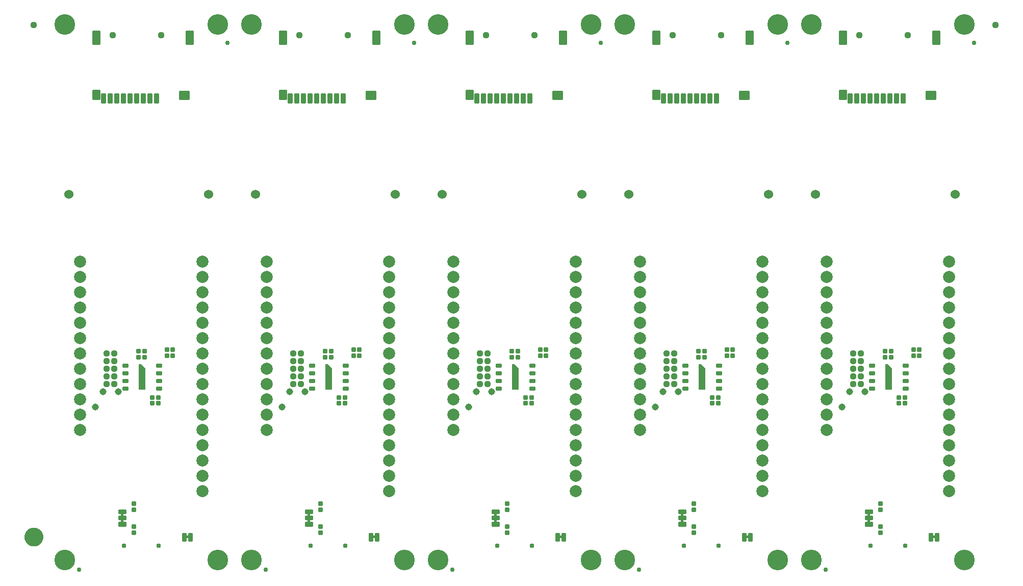
<source format=gbs>
G04 EAGLE Gerber RS-274X export*
G75*
%MOMM*%
%FSLAX34Y34*%
%LPD*%
%INSoldermask Bottom*%
%IPPOS*%
%AMOC8*
5,1,8,0,0,1.08239X$1,22.5*%
G01*
%ADD10C,0.762000*%
%ADD11C,0.228344*%
%ADD12C,3.429000*%
%ADD13C,0.225369*%
%ADD14C,0.225719*%
%ADD15C,0.777000*%
%ADD16C,0.231559*%
%ADD17C,1.127000*%
%ADD18C,0.225588*%
%ADD19C,0.229050*%
%ADD20C,2.006600*%
%ADD21C,1.143000*%
%ADD22C,1.526997*%
%ADD23C,1.270000*%
%ADD24C,1.627000*%

G36*
X158986Y307686D02*
X158986Y307686D01*
X159003Y307683D01*
X159053Y307705D01*
X159104Y307720D01*
X159115Y307733D01*
X159131Y307740D01*
X159161Y307785D01*
X159196Y307825D01*
X159199Y307842D01*
X159208Y307857D01*
X159219Y307930D01*
X159219Y343680D01*
X159202Y343738D01*
X159190Y343796D01*
X159182Y343808D01*
X159180Y343814D01*
X159172Y343821D01*
X159146Y343856D01*
X152646Y350356D01*
X152594Y350385D01*
X152544Y350418D01*
X152529Y350420D01*
X152524Y350423D01*
X152513Y350423D01*
X152470Y350429D01*
X148370Y350429D01*
X148354Y350424D01*
X148337Y350427D01*
X148287Y350405D01*
X148236Y350390D01*
X148225Y350377D01*
X148209Y350370D01*
X148179Y350325D01*
X148144Y350285D01*
X148141Y350268D01*
X148132Y350254D01*
X148121Y350180D01*
X148121Y307930D01*
X148126Y307914D01*
X148123Y307897D01*
X148145Y307847D01*
X148160Y307796D01*
X148173Y307785D01*
X148180Y307769D01*
X148225Y307739D01*
X148265Y307704D01*
X148282Y307701D01*
X148297Y307692D01*
X148370Y307681D01*
X158970Y307681D01*
X158986Y307686D01*
G37*
G36*
X1398506Y307686D02*
X1398506Y307686D01*
X1398523Y307683D01*
X1398573Y307705D01*
X1398624Y307720D01*
X1398635Y307733D01*
X1398651Y307740D01*
X1398681Y307785D01*
X1398716Y307825D01*
X1398719Y307842D01*
X1398728Y307857D01*
X1398739Y307930D01*
X1398739Y343680D01*
X1398722Y343738D01*
X1398710Y343796D01*
X1398702Y343808D01*
X1398700Y343814D01*
X1398692Y343821D01*
X1398666Y343856D01*
X1392166Y350356D01*
X1392114Y350385D01*
X1392064Y350418D01*
X1392049Y350420D01*
X1392044Y350423D01*
X1392033Y350423D01*
X1391990Y350429D01*
X1387890Y350429D01*
X1387874Y350424D01*
X1387857Y350427D01*
X1387807Y350405D01*
X1387756Y350390D01*
X1387745Y350377D01*
X1387729Y350370D01*
X1387699Y350325D01*
X1387664Y350285D01*
X1387661Y350268D01*
X1387652Y350254D01*
X1387641Y350180D01*
X1387641Y307930D01*
X1387646Y307914D01*
X1387643Y307897D01*
X1387665Y307847D01*
X1387680Y307796D01*
X1387693Y307785D01*
X1387700Y307769D01*
X1387745Y307739D01*
X1387785Y307704D01*
X1387802Y307701D01*
X1387817Y307692D01*
X1387890Y307681D01*
X1398490Y307681D01*
X1398506Y307686D01*
G37*
G36*
X468866Y307686D02*
X468866Y307686D01*
X468883Y307683D01*
X468933Y307705D01*
X468984Y307720D01*
X468995Y307733D01*
X469011Y307740D01*
X469041Y307785D01*
X469076Y307825D01*
X469079Y307842D01*
X469088Y307857D01*
X469099Y307930D01*
X469099Y343680D01*
X469082Y343738D01*
X469070Y343796D01*
X469062Y343808D01*
X469060Y343814D01*
X469052Y343821D01*
X469026Y343856D01*
X462526Y350356D01*
X462474Y350385D01*
X462424Y350418D01*
X462409Y350420D01*
X462404Y350423D01*
X462393Y350423D01*
X462350Y350429D01*
X458250Y350429D01*
X458234Y350424D01*
X458217Y350427D01*
X458167Y350405D01*
X458116Y350390D01*
X458105Y350377D01*
X458089Y350370D01*
X458059Y350325D01*
X458024Y350285D01*
X458021Y350268D01*
X458012Y350254D01*
X458001Y350180D01*
X458001Y307930D01*
X458006Y307914D01*
X458003Y307897D01*
X458025Y307847D01*
X458040Y307796D01*
X458053Y307785D01*
X458060Y307769D01*
X458105Y307739D01*
X458145Y307704D01*
X458162Y307701D01*
X458177Y307692D01*
X458250Y307681D01*
X468850Y307681D01*
X468866Y307686D01*
G37*
G36*
X1088626Y307686D02*
X1088626Y307686D01*
X1088643Y307683D01*
X1088693Y307705D01*
X1088744Y307720D01*
X1088755Y307733D01*
X1088771Y307740D01*
X1088801Y307785D01*
X1088836Y307825D01*
X1088839Y307842D01*
X1088848Y307857D01*
X1088859Y307930D01*
X1088859Y343680D01*
X1088842Y343738D01*
X1088830Y343796D01*
X1088822Y343808D01*
X1088820Y343814D01*
X1088812Y343821D01*
X1088786Y343856D01*
X1082286Y350356D01*
X1082234Y350385D01*
X1082184Y350418D01*
X1082169Y350420D01*
X1082164Y350423D01*
X1082153Y350423D01*
X1082110Y350429D01*
X1078010Y350429D01*
X1077994Y350424D01*
X1077977Y350427D01*
X1077927Y350405D01*
X1077876Y350390D01*
X1077865Y350377D01*
X1077849Y350370D01*
X1077819Y350325D01*
X1077784Y350285D01*
X1077781Y350268D01*
X1077772Y350254D01*
X1077761Y350180D01*
X1077761Y307930D01*
X1077766Y307914D01*
X1077763Y307897D01*
X1077785Y307847D01*
X1077800Y307796D01*
X1077813Y307785D01*
X1077820Y307769D01*
X1077865Y307739D01*
X1077905Y307704D01*
X1077922Y307701D01*
X1077937Y307692D01*
X1078010Y307681D01*
X1088610Y307681D01*
X1088626Y307686D01*
G37*
G36*
X778746Y307686D02*
X778746Y307686D01*
X778763Y307683D01*
X778813Y307705D01*
X778864Y307720D01*
X778875Y307733D01*
X778891Y307740D01*
X778921Y307785D01*
X778956Y307825D01*
X778959Y307842D01*
X778968Y307857D01*
X778979Y307930D01*
X778979Y343680D01*
X778962Y343738D01*
X778950Y343796D01*
X778942Y343808D01*
X778940Y343814D01*
X778932Y343821D01*
X778906Y343856D01*
X772406Y350356D01*
X772354Y350385D01*
X772304Y350418D01*
X772289Y350420D01*
X772284Y350423D01*
X772273Y350423D01*
X772230Y350429D01*
X768130Y350429D01*
X768114Y350424D01*
X768097Y350427D01*
X768047Y350405D01*
X767996Y350390D01*
X767985Y350377D01*
X767969Y350370D01*
X767939Y350325D01*
X767904Y350285D01*
X767901Y350268D01*
X767892Y350254D01*
X767881Y350180D01*
X767881Y307930D01*
X767886Y307914D01*
X767883Y307897D01*
X767905Y307847D01*
X767920Y307796D01*
X767933Y307785D01*
X767940Y307769D01*
X767985Y307739D01*
X768025Y307704D01*
X768042Y307701D01*
X768057Y307692D01*
X768130Y307681D01*
X778730Y307681D01*
X778746Y307686D01*
G37*
G36*
X741745Y97802D02*
X741745Y97802D01*
X741811Y97804D01*
X741854Y97822D01*
X741901Y97830D01*
X741958Y97864D01*
X742018Y97889D01*
X742053Y97920D01*
X742094Y97945D01*
X742136Y97996D01*
X742184Y98040D01*
X742206Y98082D01*
X742235Y98119D01*
X742256Y98181D01*
X742287Y98240D01*
X742295Y98294D01*
X742307Y98331D01*
X742306Y98371D01*
X742314Y98425D01*
X742314Y102235D01*
X742303Y102300D01*
X742301Y102366D01*
X742283Y102409D01*
X742275Y102456D01*
X742241Y102513D01*
X742216Y102573D01*
X742185Y102608D01*
X742160Y102649D01*
X742109Y102691D01*
X742065Y102739D01*
X742023Y102761D01*
X741986Y102790D01*
X741924Y102811D01*
X741865Y102842D01*
X741811Y102850D01*
X741774Y102862D01*
X741734Y102861D01*
X741680Y102869D01*
X739140Y102869D01*
X739075Y102858D01*
X739009Y102856D01*
X738966Y102838D01*
X738919Y102830D01*
X738862Y102796D01*
X738802Y102771D01*
X738767Y102740D01*
X738726Y102715D01*
X738685Y102664D01*
X738636Y102620D01*
X738614Y102578D01*
X738585Y102541D01*
X738564Y102479D01*
X738533Y102420D01*
X738525Y102366D01*
X738513Y102329D01*
X738513Y102325D01*
X738513Y102324D01*
X738514Y102289D01*
X738506Y102235D01*
X738506Y98425D01*
X738517Y98360D01*
X738519Y98294D01*
X738537Y98251D01*
X738545Y98204D01*
X738579Y98147D01*
X738604Y98087D01*
X738635Y98052D01*
X738660Y98011D01*
X738711Y97970D01*
X738755Y97921D01*
X738797Y97899D01*
X738834Y97870D01*
X738896Y97849D01*
X738955Y97818D01*
X739009Y97810D01*
X739046Y97798D01*
X739086Y97799D01*
X739140Y97791D01*
X741680Y97791D01*
X741745Y97802D01*
G37*
G36*
X1361505Y97802D02*
X1361505Y97802D01*
X1361571Y97804D01*
X1361614Y97822D01*
X1361661Y97830D01*
X1361718Y97864D01*
X1361778Y97889D01*
X1361813Y97920D01*
X1361854Y97945D01*
X1361896Y97996D01*
X1361944Y98040D01*
X1361966Y98082D01*
X1361995Y98119D01*
X1362016Y98181D01*
X1362047Y98240D01*
X1362055Y98294D01*
X1362067Y98331D01*
X1362066Y98371D01*
X1362074Y98425D01*
X1362074Y102235D01*
X1362063Y102300D01*
X1362061Y102366D01*
X1362043Y102409D01*
X1362035Y102456D01*
X1362001Y102513D01*
X1361976Y102573D01*
X1361945Y102608D01*
X1361920Y102649D01*
X1361869Y102691D01*
X1361825Y102739D01*
X1361783Y102761D01*
X1361746Y102790D01*
X1361684Y102811D01*
X1361625Y102842D01*
X1361571Y102850D01*
X1361534Y102862D01*
X1361494Y102861D01*
X1361440Y102869D01*
X1358900Y102869D01*
X1358835Y102858D01*
X1358769Y102856D01*
X1358726Y102838D01*
X1358679Y102830D01*
X1358622Y102796D01*
X1358562Y102771D01*
X1358527Y102740D01*
X1358486Y102715D01*
X1358445Y102664D01*
X1358396Y102620D01*
X1358374Y102578D01*
X1358345Y102541D01*
X1358324Y102479D01*
X1358293Y102420D01*
X1358285Y102366D01*
X1358273Y102329D01*
X1358273Y102325D01*
X1358273Y102324D01*
X1358274Y102289D01*
X1358266Y102235D01*
X1358266Y98425D01*
X1358277Y98360D01*
X1358279Y98294D01*
X1358297Y98251D01*
X1358305Y98204D01*
X1358339Y98147D01*
X1358364Y98087D01*
X1358395Y98052D01*
X1358420Y98011D01*
X1358471Y97970D01*
X1358515Y97921D01*
X1358557Y97899D01*
X1358594Y97870D01*
X1358656Y97849D01*
X1358715Y97818D01*
X1358769Y97810D01*
X1358806Y97798D01*
X1358846Y97799D01*
X1358900Y97791D01*
X1361440Y97791D01*
X1361505Y97802D01*
G37*
G36*
X431865Y97802D02*
X431865Y97802D01*
X431931Y97804D01*
X431974Y97822D01*
X432021Y97830D01*
X432078Y97864D01*
X432138Y97889D01*
X432173Y97920D01*
X432214Y97945D01*
X432256Y97996D01*
X432304Y98040D01*
X432326Y98082D01*
X432355Y98119D01*
X432376Y98181D01*
X432407Y98240D01*
X432415Y98294D01*
X432427Y98331D01*
X432426Y98371D01*
X432434Y98425D01*
X432434Y102235D01*
X432423Y102300D01*
X432421Y102366D01*
X432403Y102409D01*
X432395Y102456D01*
X432361Y102513D01*
X432336Y102573D01*
X432305Y102608D01*
X432280Y102649D01*
X432229Y102691D01*
X432185Y102739D01*
X432143Y102761D01*
X432106Y102790D01*
X432044Y102811D01*
X431985Y102842D01*
X431931Y102850D01*
X431894Y102862D01*
X431854Y102861D01*
X431800Y102869D01*
X429260Y102869D01*
X429195Y102858D01*
X429129Y102856D01*
X429086Y102838D01*
X429039Y102830D01*
X428982Y102796D01*
X428922Y102771D01*
X428887Y102740D01*
X428846Y102715D01*
X428805Y102664D01*
X428756Y102620D01*
X428734Y102578D01*
X428705Y102541D01*
X428684Y102479D01*
X428653Y102420D01*
X428645Y102366D01*
X428633Y102329D01*
X428633Y102325D01*
X428633Y102324D01*
X428634Y102289D01*
X428626Y102235D01*
X428626Y98425D01*
X428637Y98360D01*
X428639Y98294D01*
X428657Y98251D01*
X428665Y98204D01*
X428699Y98147D01*
X428724Y98087D01*
X428755Y98052D01*
X428780Y98011D01*
X428831Y97970D01*
X428875Y97921D01*
X428917Y97899D01*
X428954Y97870D01*
X429016Y97849D01*
X429075Y97818D01*
X429129Y97810D01*
X429166Y97798D01*
X429206Y97799D01*
X429260Y97791D01*
X431800Y97791D01*
X431865Y97802D01*
G37*
G36*
X121985Y97802D02*
X121985Y97802D01*
X122051Y97804D01*
X122094Y97822D01*
X122141Y97830D01*
X122198Y97864D01*
X122258Y97889D01*
X122293Y97920D01*
X122334Y97945D01*
X122376Y97996D01*
X122424Y98040D01*
X122446Y98082D01*
X122475Y98119D01*
X122496Y98181D01*
X122527Y98240D01*
X122535Y98294D01*
X122547Y98331D01*
X122546Y98371D01*
X122554Y98425D01*
X122554Y102235D01*
X122543Y102300D01*
X122541Y102366D01*
X122523Y102409D01*
X122515Y102456D01*
X122481Y102513D01*
X122456Y102573D01*
X122425Y102608D01*
X122400Y102649D01*
X122349Y102691D01*
X122305Y102739D01*
X122263Y102761D01*
X122226Y102790D01*
X122164Y102811D01*
X122105Y102842D01*
X122051Y102850D01*
X122014Y102862D01*
X121974Y102861D01*
X121920Y102869D01*
X119380Y102869D01*
X119315Y102858D01*
X119249Y102856D01*
X119206Y102838D01*
X119159Y102830D01*
X119102Y102796D01*
X119042Y102771D01*
X119007Y102740D01*
X118966Y102715D01*
X118925Y102664D01*
X118876Y102620D01*
X118854Y102578D01*
X118825Y102541D01*
X118804Y102479D01*
X118773Y102420D01*
X118765Y102366D01*
X118753Y102329D01*
X118753Y102325D01*
X118753Y102324D01*
X118754Y102289D01*
X118746Y102235D01*
X118746Y98425D01*
X118757Y98360D01*
X118759Y98294D01*
X118777Y98251D01*
X118785Y98204D01*
X118819Y98147D01*
X118844Y98087D01*
X118875Y98052D01*
X118900Y98011D01*
X118951Y97970D01*
X118995Y97921D01*
X119037Y97899D01*
X119074Y97870D01*
X119136Y97849D01*
X119195Y97818D01*
X119249Y97810D01*
X119286Y97798D01*
X119326Y97799D01*
X119380Y97791D01*
X121920Y97791D01*
X121985Y97802D01*
G37*
G36*
X1051625Y97802D02*
X1051625Y97802D01*
X1051691Y97804D01*
X1051734Y97822D01*
X1051781Y97830D01*
X1051838Y97864D01*
X1051898Y97889D01*
X1051933Y97920D01*
X1051974Y97945D01*
X1052016Y97996D01*
X1052064Y98040D01*
X1052086Y98082D01*
X1052115Y98119D01*
X1052136Y98181D01*
X1052167Y98240D01*
X1052175Y98294D01*
X1052187Y98331D01*
X1052186Y98371D01*
X1052194Y98425D01*
X1052194Y102235D01*
X1052183Y102300D01*
X1052181Y102366D01*
X1052163Y102409D01*
X1052155Y102456D01*
X1052121Y102513D01*
X1052096Y102573D01*
X1052065Y102608D01*
X1052040Y102649D01*
X1051989Y102691D01*
X1051945Y102739D01*
X1051903Y102761D01*
X1051866Y102790D01*
X1051804Y102811D01*
X1051745Y102842D01*
X1051691Y102850D01*
X1051654Y102862D01*
X1051614Y102861D01*
X1051560Y102869D01*
X1049020Y102869D01*
X1048955Y102858D01*
X1048889Y102856D01*
X1048846Y102838D01*
X1048799Y102830D01*
X1048742Y102796D01*
X1048682Y102771D01*
X1048647Y102740D01*
X1048606Y102715D01*
X1048565Y102664D01*
X1048516Y102620D01*
X1048494Y102578D01*
X1048465Y102541D01*
X1048444Y102479D01*
X1048413Y102420D01*
X1048405Y102366D01*
X1048393Y102329D01*
X1048393Y102325D01*
X1048393Y102324D01*
X1048394Y102289D01*
X1048386Y102235D01*
X1048386Y98425D01*
X1048397Y98360D01*
X1048399Y98294D01*
X1048417Y98251D01*
X1048425Y98204D01*
X1048459Y98147D01*
X1048484Y98087D01*
X1048515Y98052D01*
X1048540Y98011D01*
X1048591Y97970D01*
X1048635Y97921D01*
X1048677Y97899D01*
X1048714Y97870D01*
X1048776Y97849D01*
X1048835Y97818D01*
X1048889Y97810D01*
X1048926Y97798D01*
X1048966Y97799D01*
X1049020Y97791D01*
X1051560Y97791D01*
X1051625Y97802D01*
G37*
G36*
X1051625Y87642D02*
X1051625Y87642D01*
X1051691Y87644D01*
X1051734Y87662D01*
X1051781Y87670D01*
X1051838Y87704D01*
X1051898Y87729D01*
X1051933Y87760D01*
X1051974Y87785D01*
X1052016Y87836D01*
X1052064Y87880D01*
X1052086Y87922D01*
X1052115Y87959D01*
X1052136Y88021D01*
X1052167Y88080D01*
X1052175Y88134D01*
X1052187Y88171D01*
X1052186Y88211D01*
X1052194Y88265D01*
X1052194Y92075D01*
X1052183Y92140D01*
X1052181Y92206D01*
X1052163Y92249D01*
X1052155Y92296D01*
X1052121Y92353D01*
X1052096Y92413D01*
X1052065Y92448D01*
X1052040Y92489D01*
X1051989Y92531D01*
X1051945Y92579D01*
X1051903Y92601D01*
X1051866Y92630D01*
X1051804Y92651D01*
X1051745Y92682D01*
X1051691Y92690D01*
X1051654Y92702D01*
X1051614Y92701D01*
X1051560Y92709D01*
X1049020Y92709D01*
X1048955Y92698D01*
X1048889Y92696D01*
X1048846Y92678D01*
X1048799Y92670D01*
X1048742Y92636D01*
X1048682Y92611D01*
X1048647Y92580D01*
X1048606Y92555D01*
X1048565Y92504D01*
X1048516Y92460D01*
X1048494Y92418D01*
X1048465Y92381D01*
X1048444Y92319D01*
X1048413Y92260D01*
X1048405Y92206D01*
X1048393Y92169D01*
X1048393Y92165D01*
X1048393Y92164D01*
X1048394Y92129D01*
X1048386Y92075D01*
X1048386Y88265D01*
X1048397Y88200D01*
X1048399Y88134D01*
X1048417Y88091D01*
X1048425Y88044D01*
X1048459Y87987D01*
X1048484Y87927D01*
X1048515Y87892D01*
X1048540Y87851D01*
X1048591Y87810D01*
X1048635Y87761D01*
X1048677Y87739D01*
X1048714Y87710D01*
X1048776Y87689D01*
X1048835Y87658D01*
X1048889Y87650D01*
X1048926Y87638D01*
X1048966Y87639D01*
X1049020Y87631D01*
X1051560Y87631D01*
X1051625Y87642D01*
G37*
G36*
X1361505Y87642D02*
X1361505Y87642D01*
X1361571Y87644D01*
X1361614Y87662D01*
X1361661Y87670D01*
X1361718Y87704D01*
X1361778Y87729D01*
X1361813Y87760D01*
X1361854Y87785D01*
X1361896Y87836D01*
X1361944Y87880D01*
X1361966Y87922D01*
X1361995Y87959D01*
X1362016Y88021D01*
X1362047Y88080D01*
X1362055Y88134D01*
X1362067Y88171D01*
X1362066Y88211D01*
X1362074Y88265D01*
X1362074Y92075D01*
X1362063Y92140D01*
X1362061Y92206D01*
X1362043Y92249D01*
X1362035Y92296D01*
X1362001Y92353D01*
X1361976Y92413D01*
X1361945Y92448D01*
X1361920Y92489D01*
X1361869Y92531D01*
X1361825Y92579D01*
X1361783Y92601D01*
X1361746Y92630D01*
X1361684Y92651D01*
X1361625Y92682D01*
X1361571Y92690D01*
X1361534Y92702D01*
X1361494Y92701D01*
X1361440Y92709D01*
X1358900Y92709D01*
X1358835Y92698D01*
X1358769Y92696D01*
X1358726Y92678D01*
X1358679Y92670D01*
X1358622Y92636D01*
X1358562Y92611D01*
X1358527Y92580D01*
X1358486Y92555D01*
X1358445Y92504D01*
X1358396Y92460D01*
X1358374Y92418D01*
X1358345Y92381D01*
X1358324Y92319D01*
X1358293Y92260D01*
X1358285Y92206D01*
X1358273Y92169D01*
X1358273Y92165D01*
X1358273Y92164D01*
X1358274Y92129D01*
X1358266Y92075D01*
X1358266Y88265D01*
X1358277Y88200D01*
X1358279Y88134D01*
X1358297Y88091D01*
X1358305Y88044D01*
X1358339Y87987D01*
X1358364Y87927D01*
X1358395Y87892D01*
X1358420Y87851D01*
X1358471Y87810D01*
X1358515Y87761D01*
X1358557Y87739D01*
X1358594Y87710D01*
X1358656Y87689D01*
X1358715Y87658D01*
X1358769Y87650D01*
X1358806Y87638D01*
X1358846Y87639D01*
X1358900Y87631D01*
X1361440Y87631D01*
X1361505Y87642D01*
G37*
G36*
X121985Y87642D02*
X121985Y87642D01*
X122051Y87644D01*
X122094Y87662D01*
X122141Y87670D01*
X122198Y87704D01*
X122258Y87729D01*
X122293Y87760D01*
X122334Y87785D01*
X122376Y87836D01*
X122424Y87880D01*
X122446Y87922D01*
X122475Y87959D01*
X122496Y88021D01*
X122527Y88080D01*
X122535Y88134D01*
X122547Y88171D01*
X122546Y88211D01*
X122554Y88265D01*
X122554Y92075D01*
X122543Y92140D01*
X122541Y92206D01*
X122523Y92249D01*
X122515Y92296D01*
X122481Y92353D01*
X122456Y92413D01*
X122425Y92448D01*
X122400Y92489D01*
X122349Y92531D01*
X122305Y92579D01*
X122263Y92601D01*
X122226Y92630D01*
X122164Y92651D01*
X122105Y92682D01*
X122051Y92690D01*
X122014Y92702D01*
X121974Y92701D01*
X121920Y92709D01*
X119380Y92709D01*
X119315Y92698D01*
X119249Y92696D01*
X119206Y92678D01*
X119159Y92670D01*
X119102Y92636D01*
X119042Y92611D01*
X119007Y92580D01*
X118966Y92555D01*
X118925Y92504D01*
X118876Y92460D01*
X118854Y92418D01*
X118825Y92381D01*
X118804Y92319D01*
X118773Y92260D01*
X118765Y92206D01*
X118753Y92169D01*
X118753Y92165D01*
X118753Y92164D01*
X118754Y92129D01*
X118746Y92075D01*
X118746Y88265D01*
X118757Y88200D01*
X118759Y88134D01*
X118777Y88091D01*
X118785Y88044D01*
X118819Y87987D01*
X118844Y87927D01*
X118875Y87892D01*
X118900Y87851D01*
X118951Y87810D01*
X118995Y87761D01*
X119037Y87739D01*
X119074Y87710D01*
X119136Y87689D01*
X119195Y87658D01*
X119249Y87650D01*
X119286Y87638D01*
X119326Y87639D01*
X119380Y87631D01*
X121920Y87631D01*
X121985Y87642D01*
G37*
G36*
X741745Y87642D02*
X741745Y87642D01*
X741811Y87644D01*
X741854Y87662D01*
X741901Y87670D01*
X741958Y87704D01*
X742018Y87729D01*
X742053Y87760D01*
X742094Y87785D01*
X742136Y87836D01*
X742184Y87880D01*
X742206Y87922D01*
X742235Y87959D01*
X742256Y88021D01*
X742287Y88080D01*
X742295Y88134D01*
X742307Y88171D01*
X742306Y88211D01*
X742314Y88265D01*
X742314Y92075D01*
X742303Y92140D01*
X742301Y92206D01*
X742283Y92249D01*
X742275Y92296D01*
X742241Y92353D01*
X742216Y92413D01*
X742185Y92448D01*
X742160Y92489D01*
X742109Y92531D01*
X742065Y92579D01*
X742023Y92601D01*
X741986Y92630D01*
X741924Y92651D01*
X741865Y92682D01*
X741811Y92690D01*
X741774Y92702D01*
X741734Y92701D01*
X741680Y92709D01*
X739140Y92709D01*
X739075Y92698D01*
X739009Y92696D01*
X738966Y92678D01*
X738919Y92670D01*
X738862Y92636D01*
X738802Y92611D01*
X738767Y92580D01*
X738726Y92555D01*
X738685Y92504D01*
X738636Y92460D01*
X738614Y92418D01*
X738585Y92381D01*
X738564Y92319D01*
X738533Y92260D01*
X738525Y92206D01*
X738513Y92169D01*
X738513Y92165D01*
X738513Y92164D01*
X738514Y92129D01*
X738506Y92075D01*
X738506Y88265D01*
X738517Y88200D01*
X738519Y88134D01*
X738537Y88091D01*
X738545Y88044D01*
X738579Y87987D01*
X738604Y87927D01*
X738635Y87892D01*
X738660Y87851D01*
X738711Y87810D01*
X738755Y87761D01*
X738797Y87739D01*
X738834Y87710D01*
X738896Y87689D01*
X738955Y87658D01*
X739009Y87650D01*
X739046Y87638D01*
X739086Y87639D01*
X739140Y87631D01*
X741680Y87631D01*
X741745Y87642D01*
G37*
G36*
X431865Y87642D02*
X431865Y87642D01*
X431931Y87644D01*
X431974Y87662D01*
X432021Y87670D01*
X432078Y87704D01*
X432138Y87729D01*
X432173Y87760D01*
X432214Y87785D01*
X432256Y87836D01*
X432304Y87880D01*
X432326Y87922D01*
X432355Y87959D01*
X432376Y88021D01*
X432407Y88080D01*
X432415Y88134D01*
X432427Y88171D01*
X432426Y88211D01*
X432434Y88265D01*
X432434Y92075D01*
X432423Y92140D01*
X432421Y92206D01*
X432403Y92249D01*
X432395Y92296D01*
X432361Y92353D01*
X432336Y92413D01*
X432305Y92448D01*
X432280Y92489D01*
X432229Y92531D01*
X432185Y92579D01*
X432143Y92601D01*
X432106Y92630D01*
X432044Y92651D01*
X431985Y92682D01*
X431931Y92690D01*
X431894Y92702D01*
X431854Y92701D01*
X431800Y92709D01*
X429260Y92709D01*
X429195Y92698D01*
X429129Y92696D01*
X429086Y92678D01*
X429039Y92670D01*
X428982Y92636D01*
X428922Y92611D01*
X428887Y92580D01*
X428846Y92555D01*
X428805Y92504D01*
X428756Y92460D01*
X428734Y92418D01*
X428705Y92381D01*
X428684Y92319D01*
X428653Y92260D01*
X428645Y92206D01*
X428633Y92169D01*
X428633Y92165D01*
X428633Y92164D01*
X428634Y92129D01*
X428626Y92075D01*
X428626Y88265D01*
X428637Y88200D01*
X428639Y88134D01*
X428657Y88091D01*
X428665Y88044D01*
X428699Y87987D01*
X428724Y87927D01*
X428755Y87892D01*
X428780Y87851D01*
X428831Y87810D01*
X428875Y87761D01*
X428917Y87739D01*
X428954Y87710D01*
X429016Y87689D01*
X429075Y87658D01*
X429129Y87650D01*
X429166Y87638D01*
X429206Y87639D01*
X429260Y87631D01*
X431800Y87631D01*
X431865Y87642D01*
G37*
G36*
X1160210Y61607D02*
X1160210Y61607D01*
X1160276Y61609D01*
X1160319Y61627D01*
X1160366Y61635D01*
X1160423Y61669D01*
X1160483Y61694D01*
X1160518Y61725D01*
X1160559Y61750D01*
X1160601Y61801D01*
X1160649Y61845D01*
X1160671Y61887D01*
X1160700Y61924D01*
X1160721Y61986D01*
X1160752Y62045D01*
X1160760Y62099D01*
X1160772Y62136D01*
X1160771Y62176D01*
X1160779Y62230D01*
X1160779Y64770D01*
X1160768Y64835D01*
X1160766Y64901D01*
X1160748Y64944D01*
X1160740Y64991D01*
X1160706Y65048D01*
X1160681Y65108D01*
X1160650Y65143D01*
X1160625Y65184D01*
X1160574Y65226D01*
X1160530Y65274D01*
X1160488Y65296D01*
X1160451Y65325D01*
X1160389Y65346D01*
X1160330Y65377D01*
X1160276Y65385D01*
X1160239Y65397D01*
X1160199Y65396D01*
X1160145Y65404D01*
X1156335Y65404D01*
X1156270Y65393D01*
X1156204Y65391D01*
X1156161Y65373D01*
X1156114Y65365D01*
X1156057Y65331D01*
X1155997Y65306D01*
X1155962Y65275D01*
X1155921Y65250D01*
X1155880Y65199D01*
X1155831Y65155D01*
X1155809Y65113D01*
X1155780Y65076D01*
X1155759Y65014D01*
X1155728Y64955D01*
X1155720Y64901D01*
X1155708Y64864D01*
X1155708Y64861D01*
X1155709Y64824D01*
X1155701Y64770D01*
X1155701Y62230D01*
X1155712Y62165D01*
X1155714Y62099D01*
X1155732Y62056D01*
X1155740Y62009D01*
X1155774Y61952D01*
X1155799Y61892D01*
X1155830Y61857D01*
X1155855Y61816D01*
X1155906Y61775D01*
X1155950Y61726D01*
X1155992Y61704D01*
X1156029Y61675D01*
X1156091Y61654D01*
X1156150Y61623D01*
X1156204Y61615D01*
X1156241Y61603D01*
X1156281Y61604D01*
X1156335Y61596D01*
X1160145Y61596D01*
X1160210Y61607D01*
G37*
G36*
X230570Y61607D02*
X230570Y61607D01*
X230636Y61609D01*
X230679Y61627D01*
X230726Y61635D01*
X230783Y61669D01*
X230843Y61694D01*
X230878Y61725D01*
X230919Y61750D01*
X230961Y61801D01*
X231009Y61845D01*
X231031Y61887D01*
X231060Y61924D01*
X231081Y61986D01*
X231112Y62045D01*
X231120Y62099D01*
X231132Y62136D01*
X231131Y62176D01*
X231139Y62230D01*
X231139Y64770D01*
X231128Y64835D01*
X231126Y64901D01*
X231108Y64944D01*
X231100Y64991D01*
X231066Y65048D01*
X231041Y65108D01*
X231010Y65143D01*
X230985Y65184D01*
X230934Y65226D01*
X230890Y65274D01*
X230848Y65296D01*
X230811Y65325D01*
X230749Y65346D01*
X230690Y65377D01*
X230636Y65385D01*
X230599Y65397D01*
X230559Y65396D01*
X230505Y65404D01*
X226695Y65404D01*
X226630Y65393D01*
X226564Y65391D01*
X226521Y65373D01*
X226474Y65365D01*
X226417Y65331D01*
X226357Y65306D01*
X226322Y65275D01*
X226281Y65250D01*
X226240Y65199D01*
X226191Y65155D01*
X226169Y65113D01*
X226140Y65076D01*
X226119Y65014D01*
X226088Y64955D01*
X226080Y64901D01*
X226068Y64864D01*
X226068Y64861D01*
X226069Y64824D01*
X226061Y64770D01*
X226061Y62230D01*
X226072Y62165D01*
X226074Y62099D01*
X226092Y62056D01*
X226100Y62009D01*
X226134Y61952D01*
X226159Y61892D01*
X226190Y61857D01*
X226215Y61816D01*
X226266Y61775D01*
X226310Y61726D01*
X226352Y61704D01*
X226389Y61675D01*
X226451Y61654D01*
X226510Y61623D01*
X226564Y61615D01*
X226601Y61603D01*
X226641Y61604D01*
X226695Y61596D01*
X230505Y61596D01*
X230570Y61607D01*
G37*
G36*
X850330Y61607D02*
X850330Y61607D01*
X850396Y61609D01*
X850439Y61627D01*
X850486Y61635D01*
X850543Y61669D01*
X850603Y61694D01*
X850638Y61725D01*
X850679Y61750D01*
X850721Y61801D01*
X850769Y61845D01*
X850791Y61887D01*
X850820Y61924D01*
X850841Y61986D01*
X850872Y62045D01*
X850880Y62099D01*
X850892Y62136D01*
X850891Y62176D01*
X850899Y62230D01*
X850899Y64770D01*
X850888Y64835D01*
X850886Y64901D01*
X850868Y64944D01*
X850860Y64991D01*
X850826Y65048D01*
X850801Y65108D01*
X850770Y65143D01*
X850745Y65184D01*
X850694Y65226D01*
X850650Y65274D01*
X850608Y65296D01*
X850571Y65325D01*
X850509Y65346D01*
X850450Y65377D01*
X850396Y65385D01*
X850359Y65397D01*
X850319Y65396D01*
X850265Y65404D01*
X846455Y65404D01*
X846390Y65393D01*
X846324Y65391D01*
X846281Y65373D01*
X846234Y65365D01*
X846177Y65331D01*
X846117Y65306D01*
X846082Y65275D01*
X846041Y65250D01*
X846000Y65199D01*
X845951Y65155D01*
X845929Y65113D01*
X845900Y65076D01*
X845879Y65014D01*
X845848Y64955D01*
X845840Y64901D01*
X845828Y64864D01*
X845828Y64861D01*
X845829Y64824D01*
X845821Y64770D01*
X845821Y62230D01*
X845832Y62165D01*
X845834Y62099D01*
X845852Y62056D01*
X845860Y62009D01*
X845894Y61952D01*
X845919Y61892D01*
X845950Y61857D01*
X845975Y61816D01*
X846026Y61775D01*
X846070Y61726D01*
X846112Y61704D01*
X846149Y61675D01*
X846211Y61654D01*
X846270Y61623D01*
X846324Y61615D01*
X846361Y61603D01*
X846401Y61604D01*
X846455Y61596D01*
X850265Y61596D01*
X850330Y61607D01*
G37*
G36*
X540450Y61607D02*
X540450Y61607D01*
X540516Y61609D01*
X540559Y61627D01*
X540606Y61635D01*
X540663Y61669D01*
X540723Y61694D01*
X540758Y61725D01*
X540799Y61750D01*
X540841Y61801D01*
X540889Y61845D01*
X540911Y61887D01*
X540940Y61924D01*
X540961Y61986D01*
X540992Y62045D01*
X541000Y62099D01*
X541012Y62136D01*
X541011Y62176D01*
X541019Y62230D01*
X541019Y64770D01*
X541008Y64835D01*
X541006Y64901D01*
X540988Y64944D01*
X540980Y64991D01*
X540946Y65048D01*
X540921Y65108D01*
X540890Y65143D01*
X540865Y65184D01*
X540814Y65226D01*
X540770Y65274D01*
X540728Y65296D01*
X540691Y65325D01*
X540629Y65346D01*
X540570Y65377D01*
X540516Y65385D01*
X540479Y65397D01*
X540439Y65396D01*
X540385Y65404D01*
X536575Y65404D01*
X536510Y65393D01*
X536444Y65391D01*
X536401Y65373D01*
X536354Y65365D01*
X536297Y65331D01*
X536237Y65306D01*
X536202Y65275D01*
X536161Y65250D01*
X536120Y65199D01*
X536071Y65155D01*
X536049Y65113D01*
X536020Y65076D01*
X535999Y65014D01*
X535968Y64955D01*
X535960Y64901D01*
X535948Y64864D01*
X535948Y64861D01*
X535949Y64824D01*
X535941Y64770D01*
X535941Y62230D01*
X535952Y62165D01*
X535954Y62099D01*
X535972Y62056D01*
X535980Y62009D01*
X536014Y61952D01*
X536039Y61892D01*
X536070Y61857D01*
X536095Y61816D01*
X536146Y61775D01*
X536190Y61726D01*
X536232Y61704D01*
X536269Y61675D01*
X536331Y61654D01*
X536390Y61623D01*
X536444Y61615D01*
X536481Y61603D01*
X536521Y61604D01*
X536575Y61596D01*
X540385Y61596D01*
X540450Y61607D01*
G37*
G36*
X1470090Y61607D02*
X1470090Y61607D01*
X1470156Y61609D01*
X1470199Y61627D01*
X1470246Y61635D01*
X1470303Y61669D01*
X1470363Y61694D01*
X1470398Y61725D01*
X1470439Y61750D01*
X1470481Y61801D01*
X1470529Y61845D01*
X1470551Y61887D01*
X1470580Y61924D01*
X1470601Y61986D01*
X1470632Y62045D01*
X1470640Y62099D01*
X1470652Y62136D01*
X1470651Y62176D01*
X1470659Y62230D01*
X1470659Y64770D01*
X1470648Y64835D01*
X1470646Y64901D01*
X1470628Y64944D01*
X1470620Y64991D01*
X1470586Y65048D01*
X1470561Y65108D01*
X1470530Y65143D01*
X1470505Y65184D01*
X1470454Y65226D01*
X1470410Y65274D01*
X1470368Y65296D01*
X1470331Y65325D01*
X1470269Y65346D01*
X1470210Y65377D01*
X1470156Y65385D01*
X1470119Y65397D01*
X1470079Y65396D01*
X1470025Y65404D01*
X1466215Y65404D01*
X1466150Y65393D01*
X1466084Y65391D01*
X1466041Y65373D01*
X1465994Y65365D01*
X1465937Y65331D01*
X1465877Y65306D01*
X1465842Y65275D01*
X1465801Y65250D01*
X1465760Y65199D01*
X1465711Y65155D01*
X1465689Y65113D01*
X1465660Y65076D01*
X1465639Y65014D01*
X1465608Y64955D01*
X1465600Y64901D01*
X1465588Y64864D01*
X1465588Y64861D01*
X1465589Y64824D01*
X1465581Y64770D01*
X1465581Y62230D01*
X1465592Y62165D01*
X1465594Y62099D01*
X1465612Y62056D01*
X1465620Y62009D01*
X1465654Y61952D01*
X1465679Y61892D01*
X1465710Y61857D01*
X1465735Y61816D01*
X1465786Y61775D01*
X1465830Y61726D01*
X1465872Y61704D01*
X1465909Y61675D01*
X1465971Y61654D01*
X1466030Y61623D01*
X1466084Y61615D01*
X1466121Y61603D01*
X1466161Y61604D01*
X1466215Y61596D01*
X1470025Y61596D01*
X1470090Y61607D01*
G37*
D10*
X49530Y8890D03*
X295910Y883920D03*
D11*
X114806Y108460D02*
X114806Y102868D01*
X114806Y108460D02*
X126494Y108460D01*
X126494Y102868D01*
X114806Y102868D01*
X114806Y105037D02*
X126494Y105037D01*
X126494Y107206D02*
X114806Y107206D01*
X114806Y98046D02*
X114806Y92454D01*
X114806Y98046D02*
X126494Y98046D01*
X126494Y92454D01*
X114806Y92454D01*
X114806Y94623D02*
X126494Y94623D01*
X126494Y96792D02*
X114806Y96792D01*
X114806Y87632D02*
X114806Y82040D01*
X114806Y87632D02*
X126494Y87632D01*
X126494Y82040D01*
X114806Y82040D01*
X114806Y84209D02*
X126494Y84209D01*
X126494Y86378D02*
X114806Y86378D01*
D12*
X25400Y914400D03*
X279400Y914400D03*
X279400Y25400D03*
X25400Y25400D03*
D13*
X144892Y369602D02*
X149908Y369602D01*
X144892Y369602D02*
X144892Y374618D01*
X149908Y374618D01*
X149908Y369602D01*
X149908Y371743D02*
X144892Y371743D01*
X144892Y373884D02*
X149908Y373884D01*
X154892Y369602D02*
X159908Y369602D01*
X154892Y369602D02*
X154892Y374618D01*
X159908Y374618D01*
X159908Y369602D01*
X159908Y371743D02*
X154892Y371743D01*
X154892Y373884D02*
X159908Y373884D01*
D14*
X185177Y349987D02*
X185177Y345973D01*
X177663Y345973D01*
X177663Y349987D01*
X185177Y349987D01*
X185177Y348117D02*
X177663Y348117D01*
X185177Y337287D02*
X185177Y333273D01*
X177663Y333273D01*
X177663Y337287D01*
X185177Y337287D01*
X185177Y335417D02*
X177663Y335417D01*
X185177Y324587D02*
X185177Y320573D01*
X177663Y320573D01*
X177663Y324587D01*
X185177Y324587D01*
X185177Y322717D02*
X177663Y322717D01*
X185177Y311887D02*
X185177Y307873D01*
X177663Y307873D01*
X177663Y311887D01*
X185177Y311887D01*
X185177Y310017D02*
X177663Y310017D01*
X129677Y320573D02*
X129677Y324587D01*
X129677Y320573D02*
X122163Y320573D01*
X122163Y324587D01*
X129677Y324587D01*
X129677Y322717D02*
X122163Y322717D01*
X129677Y311887D02*
X129677Y307873D01*
X122163Y307873D01*
X122163Y311887D01*
X129677Y311887D01*
X129677Y310017D02*
X122163Y310017D01*
X129677Y333273D02*
X129677Y337287D01*
X129677Y333273D02*
X122163Y333273D01*
X122163Y337287D01*
X129677Y337287D01*
X129677Y335417D02*
X122163Y335417D01*
X129677Y345973D02*
X129677Y349987D01*
X129677Y345973D02*
X122163Y345973D01*
X122163Y349987D01*
X129677Y349987D01*
X129677Y348117D02*
X122163Y348117D01*
D13*
X144892Y359442D02*
X149908Y359442D01*
X144892Y359442D02*
X144892Y364458D01*
X149908Y364458D01*
X149908Y359442D01*
X149908Y361583D02*
X144892Y361583D01*
X144892Y363724D02*
X149908Y363724D01*
X154892Y359442D02*
X159908Y359442D01*
X154892Y359442D02*
X154892Y364458D01*
X159908Y364458D01*
X159908Y359442D01*
X159908Y361583D02*
X154892Y361583D01*
X154892Y363724D02*
X159908Y363724D01*
X197326Y362062D02*
X197326Y367078D01*
X197326Y362062D02*
X192310Y362062D01*
X192310Y367078D01*
X197326Y367078D01*
X197326Y364203D02*
X192310Y364203D01*
X192310Y366344D02*
X197326Y366344D01*
X197326Y372062D02*
X197326Y377078D01*
X197326Y372062D02*
X192310Y372062D01*
X192310Y377078D01*
X197326Y377078D01*
X197326Y374203D02*
X192310Y374203D01*
X192310Y376344D02*
X197326Y376344D01*
X206724Y367078D02*
X206724Y362062D01*
X201708Y362062D01*
X201708Y367078D01*
X206724Y367078D01*
X206724Y364203D02*
X201708Y364203D01*
X201708Y366344D02*
X206724Y366344D01*
X206724Y372062D02*
X206724Y377078D01*
X206724Y372062D02*
X201708Y372062D01*
X201708Y377078D01*
X206724Y377078D01*
X206724Y374203D02*
X201708Y374203D01*
X201708Y376344D02*
X206724Y376344D01*
D15*
X123500Y49050D03*
X181300Y49050D03*
D16*
X152463Y784143D02*
X152463Y799097D01*
X158417Y799097D01*
X158417Y784143D01*
X152463Y784143D01*
X152463Y786343D02*
X158417Y786343D01*
X158417Y788543D02*
X152463Y788543D01*
X152463Y790743D02*
X158417Y790743D01*
X158417Y792943D02*
X152463Y792943D01*
X152463Y795143D02*
X158417Y795143D01*
X158417Y797343D02*
X152463Y797343D01*
X163463Y799097D02*
X163463Y784143D01*
X163463Y799097D02*
X169417Y799097D01*
X169417Y784143D01*
X163463Y784143D01*
X163463Y786343D02*
X169417Y786343D01*
X169417Y788543D02*
X163463Y788543D01*
X163463Y790743D02*
X169417Y790743D01*
X169417Y792943D02*
X163463Y792943D01*
X163463Y795143D02*
X169417Y795143D01*
X169417Y797343D02*
X163463Y797343D01*
X174463Y799097D02*
X174463Y784143D01*
X174463Y799097D02*
X180417Y799097D01*
X180417Y784143D01*
X174463Y784143D01*
X174463Y786343D02*
X180417Y786343D01*
X180417Y788543D02*
X174463Y788543D01*
X174463Y790743D02*
X180417Y790743D01*
X180417Y792943D02*
X174463Y792943D01*
X174463Y795143D02*
X180417Y795143D01*
X180417Y797343D02*
X174463Y797343D01*
X141463Y799097D02*
X141463Y784143D01*
X141463Y799097D02*
X147417Y799097D01*
X147417Y784143D01*
X141463Y784143D01*
X141463Y786343D02*
X147417Y786343D01*
X147417Y788543D02*
X141463Y788543D01*
X141463Y790743D02*
X147417Y790743D01*
X147417Y792943D02*
X141463Y792943D01*
X141463Y795143D02*
X147417Y795143D01*
X147417Y797343D02*
X141463Y797343D01*
X130463Y799097D02*
X130463Y784143D01*
X130463Y799097D02*
X136417Y799097D01*
X136417Y784143D01*
X130463Y784143D01*
X130463Y786343D02*
X136417Y786343D01*
X136417Y788543D02*
X130463Y788543D01*
X130463Y790743D02*
X136417Y790743D01*
X136417Y792943D02*
X130463Y792943D01*
X130463Y795143D02*
X136417Y795143D01*
X136417Y797343D02*
X130463Y797343D01*
X119463Y799097D02*
X119463Y784143D01*
X119463Y799097D02*
X125417Y799097D01*
X125417Y784143D01*
X119463Y784143D01*
X119463Y786343D02*
X125417Y786343D01*
X125417Y788543D02*
X119463Y788543D01*
X119463Y790743D02*
X125417Y790743D01*
X125417Y792943D02*
X119463Y792943D01*
X119463Y795143D02*
X125417Y795143D01*
X125417Y797343D02*
X119463Y797343D01*
X108463Y799097D02*
X108463Y784143D01*
X108463Y799097D02*
X114417Y799097D01*
X114417Y784143D01*
X108463Y784143D01*
X108463Y786343D02*
X114417Y786343D01*
X114417Y788543D02*
X108463Y788543D01*
X108463Y790743D02*
X114417Y790743D01*
X114417Y792943D02*
X108463Y792943D01*
X108463Y795143D02*
X114417Y795143D01*
X114417Y797343D02*
X108463Y797343D01*
X97463Y799097D02*
X97463Y784143D01*
X97463Y799097D02*
X103417Y799097D01*
X103417Y784143D01*
X97463Y784143D01*
X97463Y786343D02*
X103417Y786343D01*
X103417Y788543D02*
X97463Y788543D01*
X97463Y790743D02*
X103417Y790743D01*
X103417Y792943D02*
X97463Y792943D01*
X97463Y795143D02*
X103417Y795143D01*
X103417Y797343D02*
X97463Y797343D01*
X86463Y799097D02*
X86463Y784143D01*
X86463Y799097D02*
X92417Y799097D01*
X92417Y784143D01*
X86463Y784143D01*
X86463Y786343D02*
X92417Y786343D01*
X92417Y788543D02*
X86463Y788543D01*
X86463Y790743D02*
X92417Y790743D01*
X92417Y792943D02*
X86463Y792943D01*
X86463Y795143D02*
X92417Y795143D01*
X92417Y797343D02*
X86463Y797343D01*
D17*
X185440Y896620D03*
X105440Y896620D03*
D18*
X226933Y882113D02*
X237947Y882113D01*
X226933Y882113D02*
X226933Y903127D01*
X237947Y903127D01*
X237947Y882113D01*
X237947Y884256D02*
X226933Y884256D01*
X226933Y886399D02*
X237947Y886399D01*
X237947Y888542D02*
X226933Y888542D01*
X226933Y890685D02*
X237947Y890685D01*
X237947Y892828D02*
X226933Y892828D01*
X226933Y894971D02*
X237947Y894971D01*
X237947Y897114D02*
X226933Y897114D01*
X226933Y899257D02*
X237947Y899257D01*
X237947Y901400D02*
X226933Y901400D01*
X82947Y882113D02*
X71933Y882113D01*
X71933Y903127D01*
X82947Y903127D01*
X82947Y882113D01*
X82947Y884256D02*
X71933Y884256D01*
X71933Y886399D02*
X82947Y886399D01*
X82947Y888542D02*
X71933Y888542D01*
X71933Y890685D02*
X82947Y890685D01*
X82947Y892828D02*
X71933Y892828D01*
X71933Y894971D02*
X82947Y894971D01*
X82947Y897114D02*
X71933Y897114D01*
X71933Y899257D02*
X82947Y899257D01*
X82947Y901400D02*
X71933Y901400D01*
D19*
X215950Y790130D02*
X230930Y790130D01*
X215950Y790130D02*
X215950Y803110D01*
X230930Y803110D01*
X230930Y790130D01*
X230930Y792306D02*
X215950Y792306D01*
X215950Y794482D02*
X230930Y794482D01*
X230930Y796658D02*
X215950Y796658D01*
X215950Y798834D02*
X230930Y798834D01*
X230930Y801010D02*
X215950Y801010D01*
D18*
X82947Y790113D02*
X71933Y790113D01*
X71933Y805127D01*
X82947Y805127D01*
X82947Y790113D01*
X82947Y792256D02*
X71933Y792256D01*
X71933Y794399D02*
X82947Y794399D01*
X82947Y796542D02*
X71933Y796542D01*
X71933Y798685D02*
X82947Y798685D01*
X82947Y800828D02*
X71933Y800828D01*
X71933Y802971D02*
X82947Y802971D01*
X82947Y805114D02*
X71933Y805114D01*
D20*
X254000Y139700D03*
X254000Y165100D03*
X254000Y190500D03*
X254000Y215900D03*
X254000Y241300D03*
X254000Y266700D03*
X254000Y292100D03*
X254000Y317500D03*
X254000Y342900D03*
X254000Y368300D03*
X254000Y393700D03*
X254000Y419100D03*
X254000Y444500D03*
X254000Y469900D03*
X254000Y495300D03*
X254000Y520700D03*
X50800Y241300D03*
X50800Y266700D03*
X50800Y292100D03*
X50800Y317500D03*
X50800Y342900D03*
X50800Y368300D03*
X50800Y393700D03*
X50800Y419100D03*
X50800Y444500D03*
X50800Y469900D03*
X50800Y495300D03*
X50800Y520700D03*
D13*
X142208Y73708D02*
X142208Y68692D01*
X137192Y68692D01*
X137192Y73708D01*
X142208Y73708D01*
X142208Y70833D02*
X137192Y70833D01*
X137192Y72974D02*
X142208Y72974D01*
X142208Y78692D02*
X142208Y83708D01*
X142208Y78692D02*
X137192Y78692D01*
X137192Y83708D01*
X142208Y83708D01*
X142208Y80833D02*
X137192Y80833D01*
X137192Y82974D02*
X142208Y82974D01*
X137192Y116792D02*
X137192Y121808D01*
X142208Y121808D01*
X142208Y116792D01*
X137192Y116792D01*
X137192Y118933D02*
X142208Y118933D01*
X142208Y121074D02*
X137192Y121074D01*
X137192Y111808D02*
X137192Y106792D01*
X137192Y111808D02*
X142208Y111808D01*
X142208Y106792D01*
X137192Y106792D01*
X137192Y108933D02*
X142208Y108933D01*
X142208Y111074D02*
X137192Y111074D01*
X167498Y283623D02*
X172514Y283623D01*
X167498Y283623D02*
X167498Y288639D01*
X172514Y288639D01*
X172514Y283623D01*
X172514Y285764D02*
X167498Y285764D01*
X167498Y287905D02*
X172514Y287905D01*
X177498Y283623D02*
X182514Y283623D01*
X177498Y283623D02*
X177498Y288639D01*
X182514Y288639D01*
X182514Y283623D01*
X182514Y285764D02*
X177498Y285764D01*
X177498Y287905D02*
X182514Y287905D01*
X172514Y292894D02*
X167498Y292894D01*
X167498Y297910D01*
X172514Y297910D01*
X172514Y292894D01*
X172514Y295035D02*
X167498Y295035D01*
X167498Y297176D02*
X172514Y297176D01*
X177498Y292894D02*
X182514Y292894D01*
X177498Y292894D02*
X177498Y297910D01*
X182514Y297910D01*
X182514Y292894D01*
X182514Y295035D02*
X177498Y295035D01*
X177498Y297176D02*
X182514Y297176D01*
D17*
X107950Y330200D03*
X107950Y342900D03*
X107950Y355600D03*
X107950Y368300D03*
X107950Y317500D03*
X95250Y330200D03*
X95250Y342900D03*
X95250Y355600D03*
X95250Y368300D03*
X95250Y317500D03*
D21*
X76200Y279400D03*
X88900Y304800D03*
X114300Y304800D03*
D22*
X31986Y632460D03*
X263986Y632460D03*
D11*
X226189Y57656D02*
X220597Y57656D01*
X220597Y69344D01*
X226189Y69344D01*
X226189Y57656D01*
X226189Y59825D02*
X220597Y59825D01*
X220597Y61994D02*
X226189Y61994D01*
X226189Y64163D02*
X220597Y64163D01*
X220597Y66332D02*
X226189Y66332D01*
X226189Y68501D02*
X220597Y68501D01*
X231011Y57656D02*
X236603Y57656D01*
X231011Y57656D02*
X231011Y69344D01*
X236603Y69344D01*
X236603Y57656D01*
X236603Y59825D02*
X231011Y59825D01*
X231011Y61994D02*
X236603Y61994D01*
X236603Y64163D02*
X231011Y64163D01*
X231011Y66332D02*
X236603Y66332D01*
X236603Y68501D02*
X231011Y68501D01*
D10*
X359410Y8890D03*
X605790Y883920D03*
D11*
X424686Y108460D02*
X424686Y102868D01*
X424686Y108460D02*
X436374Y108460D01*
X436374Y102868D01*
X424686Y102868D01*
X424686Y105037D02*
X436374Y105037D01*
X436374Y107206D02*
X424686Y107206D01*
X424686Y98046D02*
X424686Y92454D01*
X424686Y98046D02*
X436374Y98046D01*
X436374Y92454D01*
X424686Y92454D01*
X424686Y94623D02*
X436374Y94623D01*
X436374Y96792D02*
X424686Y96792D01*
X424686Y87632D02*
X424686Y82040D01*
X424686Y87632D02*
X436374Y87632D01*
X436374Y82040D01*
X424686Y82040D01*
X424686Y84209D02*
X436374Y84209D01*
X436374Y86378D02*
X424686Y86378D01*
D12*
X335280Y914400D03*
X589280Y914400D03*
X589280Y25400D03*
X335280Y25400D03*
D13*
X454772Y369602D02*
X459788Y369602D01*
X454772Y369602D02*
X454772Y374618D01*
X459788Y374618D01*
X459788Y369602D01*
X459788Y371743D02*
X454772Y371743D01*
X454772Y373884D02*
X459788Y373884D01*
X464772Y369602D02*
X469788Y369602D01*
X464772Y369602D02*
X464772Y374618D01*
X469788Y374618D01*
X469788Y369602D01*
X469788Y371743D02*
X464772Y371743D01*
X464772Y373884D02*
X469788Y373884D01*
D14*
X495057Y349987D02*
X495057Y345973D01*
X487543Y345973D01*
X487543Y349987D01*
X495057Y349987D01*
X495057Y348117D02*
X487543Y348117D01*
X495057Y337287D02*
X495057Y333273D01*
X487543Y333273D01*
X487543Y337287D01*
X495057Y337287D01*
X495057Y335417D02*
X487543Y335417D01*
X495057Y324587D02*
X495057Y320573D01*
X487543Y320573D01*
X487543Y324587D01*
X495057Y324587D01*
X495057Y322717D02*
X487543Y322717D01*
X495057Y311887D02*
X495057Y307873D01*
X487543Y307873D01*
X487543Y311887D01*
X495057Y311887D01*
X495057Y310017D02*
X487543Y310017D01*
X439557Y320573D02*
X439557Y324587D01*
X439557Y320573D02*
X432043Y320573D01*
X432043Y324587D01*
X439557Y324587D01*
X439557Y322717D02*
X432043Y322717D01*
X439557Y311887D02*
X439557Y307873D01*
X432043Y307873D01*
X432043Y311887D01*
X439557Y311887D01*
X439557Y310017D02*
X432043Y310017D01*
X439557Y333273D02*
X439557Y337287D01*
X439557Y333273D02*
X432043Y333273D01*
X432043Y337287D01*
X439557Y337287D01*
X439557Y335417D02*
X432043Y335417D01*
X439557Y345973D02*
X439557Y349987D01*
X439557Y345973D02*
X432043Y345973D01*
X432043Y349987D01*
X439557Y349987D01*
X439557Y348117D02*
X432043Y348117D01*
D13*
X454772Y359442D02*
X459788Y359442D01*
X454772Y359442D02*
X454772Y364458D01*
X459788Y364458D01*
X459788Y359442D01*
X459788Y361583D02*
X454772Y361583D01*
X454772Y363724D02*
X459788Y363724D01*
X464772Y359442D02*
X469788Y359442D01*
X464772Y359442D02*
X464772Y364458D01*
X469788Y364458D01*
X469788Y359442D01*
X469788Y361583D02*
X464772Y361583D01*
X464772Y363724D02*
X469788Y363724D01*
X507206Y362062D02*
X507206Y367078D01*
X507206Y362062D02*
X502190Y362062D01*
X502190Y367078D01*
X507206Y367078D01*
X507206Y364203D02*
X502190Y364203D01*
X502190Y366344D02*
X507206Y366344D01*
X507206Y372062D02*
X507206Y377078D01*
X507206Y372062D02*
X502190Y372062D01*
X502190Y377078D01*
X507206Y377078D01*
X507206Y374203D02*
X502190Y374203D01*
X502190Y376344D02*
X507206Y376344D01*
X516604Y367078D02*
X516604Y362062D01*
X511588Y362062D01*
X511588Y367078D01*
X516604Y367078D01*
X516604Y364203D02*
X511588Y364203D01*
X511588Y366344D02*
X516604Y366344D01*
X516604Y372062D02*
X516604Y377078D01*
X516604Y372062D02*
X511588Y372062D01*
X511588Y377078D01*
X516604Y377078D01*
X516604Y374203D02*
X511588Y374203D01*
X511588Y376344D02*
X516604Y376344D01*
D15*
X433380Y49050D03*
X491180Y49050D03*
D16*
X462343Y784143D02*
X462343Y799097D01*
X468297Y799097D01*
X468297Y784143D01*
X462343Y784143D01*
X462343Y786343D02*
X468297Y786343D01*
X468297Y788543D02*
X462343Y788543D01*
X462343Y790743D02*
X468297Y790743D01*
X468297Y792943D02*
X462343Y792943D01*
X462343Y795143D02*
X468297Y795143D01*
X468297Y797343D02*
X462343Y797343D01*
X473343Y799097D02*
X473343Y784143D01*
X473343Y799097D02*
X479297Y799097D01*
X479297Y784143D01*
X473343Y784143D01*
X473343Y786343D02*
X479297Y786343D01*
X479297Y788543D02*
X473343Y788543D01*
X473343Y790743D02*
X479297Y790743D01*
X479297Y792943D02*
X473343Y792943D01*
X473343Y795143D02*
X479297Y795143D01*
X479297Y797343D02*
X473343Y797343D01*
X484343Y799097D02*
X484343Y784143D01*
X484343Y799097D02*
X490297Y799097D01*
X490297Y784143D01*
X484343Y784143D01*
X484343Y786343D02*
X490297Y786343D01*
X490297Y788543D02*
X484343Y788543D01*
X484343Y790743D02*
X490297Y790743D01*
X490297Y792943D02*
X484343Y792943D01*
X484343Y795143D02*
X490297Y795143D01*
X490297Y797343D02*
X484343Y797343D01*
X451343Y799097D02*
X451343Y784143D01*
X451343Y799097D02*
X457297Y799097D01*
X457297Y784143D01*
X451343Y784143D01*
X451343Y786343D02*
X457297Y786343D01*
X457297Y788543D02*
X451343Y788543D01*
X451343Y790743D02*
X457297Y790743D01*
X457297Y792943D02*
X451343Y792943D01*
X451343Y795143D02*
X457297Y795143D01*
X457297Y797343D02*
X451343Y797343D01*
X440343Y799097D02*
X440343Y784143D01*
X440343Y799097D02*
X446297Y799097D01*
X446297Y784143D01*
X440343Y784143D01*
X440343Y786343D02*
X446297Y786343D01*
X446297Y788543D02*
X440343Y788543D01*
X440343Y790743D02*
X446297Y790743D01*
X446297Y792943D02*
X440343Y792943D01*
X440343Y795143D02*
X446297Y795143D01*
X446297Y797343D02*
X440343Y797343D01*
X429343Y799097D02*
X429343Y784143D01*
X429343Y799097D02*
X435297Y799097D01*
X435297Y784143D01*
X429343Y784143D01*
X429343Y786343D02*
X435297Y786343D01*
X435297Y788543D02*
X429343Y788543D01*
X429343Y790743D02*
X435297Y790743D01*
X435297Y792943D02*
X429343Y792943D01*
X429343Y795143D02*
X435297Y795143D01*
X435297Y797343D02*
X429343Y797343D01*
X418343Y799097D02*
X418343Y784143D01*
X418343Y799097D02*
X424297Y799097D01*
X424297Y784143D01*
X418343Y784143D01*
X418343Y786343D02*
X424297Y786343D01*
X424297Y788543D02*
X418343Y788543D01*
X418343Y790743D02*
X424297Y790743D01*
X424297Y792943D02*
X418343Y792943D01*
X418343Y795143D02*
X424297Y795143D01*
X424297Y797343D02*
X418343Y797343D01*
X407343Y799097D02*
X407343Y784143D01*
X407343Y799097D02*
X413297Y799097D01*
X413297Y784143D01*
X407343Y784143D01*
X407343Y786343D02*
X413297Y786343D01*
X413297Y788543D02*
X407343Y788543D01*
X407343Y790743D02*
X413297Y790743D01*
X413297Y792943D02*
X407343Y792943D01*
X407343Y795143D02*
X413297Y795143D01*
X413297Y797343D02*
X407343Y797343D01*
X396343Y799097D02*
X396343Y784143D01*
X396343Y799097D02*
X402297Y799097D01*
X402297Y784143D01*
X396343Y784143D01*
X396343Y786343D02*
X402297Y786343D01*
X402297Y788543D02*
X396343Y788543D01*
X396343Y790743D02*
X402297Y790743D01*
X402297Y792943D02*
X396343Y792943D01*
X396343Y795143D02*
X402297Y795143D01*
X402297Y797343D02*
X396343Y797343D01*
D17*
X495320Y896620D03*
X415320Y896620D03*
D18*
X536813Y882113D02*
X547827Y882113D01*
X536813Y882113D02*
X536813Y903127D01*
X547827Y903127D01*
X547827Y882113D01*
X547827Y884256D02*
X536813Y884256D01*
X536813Y886399D02*
X547827Y886399D01*
X547827Y888542D02*
X536813Y888542D01*
X536813Y890685D02*
X547827Y890685D01*
X547827Y892828D02*
X536813Y892828D01*
X536813Y894971D02*
X547827Y894971D01*
X547827Y897114D02*
X536813Y897114D01*
X536813Y899257D02*
X547827Y899257D01*
X547827Y901400D02*
X536813Y901400D01*
X392827Y882113D02*
X381813Y882113D01*
X381813Y903127D01*
X392827Y903127D01*
X392827Y882113D01*
X392827Y884256D02*
X381813Y884256D01*
X381813Y886399D02*
X392827Y886399D01*
X392827Y888542D02*
X381813Y888542D01*
X381813Y890685D02*
X392827Y890685D01*
X392827Y892828D02*
X381813Y892828D01*
X381813Y894971D02*
X392827Y894971D01*
X392827Y897114D02*
X381813Y897114D01*
X381813Y899257D02*
X392827Y899257D01*
X392827Y901400D02*
X381813Y901400D01*
D19*
X525830Y790130D02*
X540810Y790130D01*
X525830Y790130D02*
X525830Y803110D01*
X540810Y803110D01*
X540810Y790130D01*
X540810Y792306D02*
X525830Y792306D01*
X525830Y794482D02*
X540810Y794482D01*
X540810Y796658D02*
X525830Y796658D01*
X525830Y798834D02*
X540810Y798834D01*
X540810Y801010D02*
X525830Y801010D01*
D18*
X392827Y790113D02*
X381813Y790113D01*
X381813Y805127D01*
X392827Y805127D01*
X392827Y790113D01*
X392827Y792256D02*
X381813Y792256D01*
X381813Y794399D02*
X392827Y794399D01*
X392827Y796542D02*
X381813Y796542D01*
X381813Y798685D02*
X392827Y798685D01*
X392827Y800828D02*
X381813Y800828D01*
X381813Y802971D02*
X392827Y802971D01*
X392827Y805114D02*
X381813Y805114D01*
D20*
X563880Y139700D03*
X563880Y165100D03*
X563880Y190500D03*
X563880Y215900D03*
X563880Y241300D03*
X563880Y266700D03*
X563880Y292100D03*
X563880Y317500D03*
X563880Y342900D03*
X563880Y368300D03*
X563880Y393700D03*
X563880Y419100D03*
X563880Y444500D03*
X563880Y469900D03*
X563880Y495300D03*
X563880Y520700D03*
X360680Y241300D03*
X360680Y266700D03*
X360680Y292100D03*
X360680Y317500D03*
X360680Y342900D03*
X360680Y368300D03*
X360680Y393700D03*
X360680Y419100D03*
X360680Y444500D03*
X360680Y469900D03*
X360680Y495300D03*
X360680Y520700D03*
D13*
X452088Y73708D02*
X452088Y68692D01*
X447072Y68692D01*
X447072Y73708D01*
X452088Y73708D01*
X452088Y70833D02*
X447072Y70833D01*
X447072Y72974D02*
X452088Y72974D01*
X452088Y78692D02*
X452088Y83708D01*
X452088Y78692D02*
X447072Y78692D01*
X447072Y83708D01*
X452088Y83708D01*
X452088Y80833D02*
X447072Y80833D01*
X447072Y82974D02*
X452088Y82974D01*
X447072Y116792D02*
X447072Y121808D01*
X452088Y121808D01*
X452088Y116792D01*
X447072Y116792D01*
X447072Y118933D02*
X452088Y118933D01*
X452088Y121074D02*
X447072Y121074D01*
X447072Y111808D02*
X447072Y106792D01*
X447072Y111808D02*
X452088Y111808D01*
X452088Y106792D01*
X447072Y106792D01*
X447072Y108933D02*
X452088Y108933D01*
X452088Y111074D02*
X447072Y111074D01*
X477378Y283623D02*
X482394Y283623D01*
X477378Y283623D02*
X477378Y288639D01*
X482394Y288639D01*
X482394Y283623D01*
X482394Y285764D02*
X477378Y285764D01*
X477378Y287905D02*
X482394Y287905D01*
X487378Y283623D02*
X492394Y283623D01*
X487378Y283623D02*
X487378Y288639D01*
X492394Y288639D01*
X492394Y283623D01*
X492394Y285764D02*
X487378Y285764D01*
X487378Y287905D02*
X492394Y287905D01*
X482394Y292894D02*
X477378Y292894D01*
X477378Y297910D01*
X482394Y297910D01*
X482394Y292894D01*
X482394Y295035D02*
X477378Y295035D01*
X477378Y297176D02*
X482394Y297176D01*
X487378Y292894D02*
X492394Y292894D01*
X487378Y292894D02*
X487378Y297910D01*
X492394Y297910D01*
X492394Y292894D01*
X492394Y295035D02*
X487378Y295035D01*
X487378Y297176D02*
X492394Y297176D01*
D17*
X417830Y330200D03*
X417830Y342900D03*
X417830Y355600D03*
X417830Y368300D03*
X417830Y317500D03*
X405130Y330200D03*
X405130Y342900D03*
X405130Y355600D03*
X405130Y368300D03*
X405130Y317500D03*
D21*
X386080Y279400D03*
X398780Y304800D03*
X424180Y304800D03*
D22*
X341866Y632460D03*
X573866Y632460D03*
D11*
X536069Y57656D02*
X530477Y57656D01*
X530477Y69344D01*
X536069Y69344D01*
X536069Y57656D01*
X536069Y59825D02*
X530477Y59825D01*
X530477Y61994D02*
X536069Y61994D01*
X536069Y64163D02*
X530477Y64163D01*
X530477Y66332D02*
X536069Y66332D01*
X536069Y68501D02*
X530477Y68501D01*
X540891Y57656D02*
X546483Y57656D01*
X540891Y57656D02*
X540891Y69344D01*
X546483Y69344D01*
X546483Y57656D01*
X546483Y59825D02*
X540891Y59825D01*
X540891Y61994D02*
X546483Y61994D01*
X546483Y64163D02*
X540891Y64163D01*
X540891Y66332D02*
X546483Y66332D01*
X546483Y68501D02*
X540891Y68501D01*
D10*
X669290Y8890D03*
X915670Y883920D03*
D11*
X734566Y108460D02*
X734566Y102868D01*
X734566Y108460D02*
X746254Y108460D01*
X746254Y102868D01*
X734566Y102868D01*
X734566Y105037D02*
X746254Y105037D01*
X746254Y107206D02*
X734566Y107206D01*
X734566Y98046D02*
X734566Y92454D01*
X734566Y98046D02*
X746254Y98046D01*
X746254Y92454D01*
X734566Y92454D01*
X734566Y94623D02*
X746254Y94623D01*
X746254Y96792D02*
X734566Y96792D01*
X734566Y87632D02*
X734566Y82040D01*
X734566Y87632D02*
X746254Y87632D01*
X746254Y82040D01*
X734566Y82040D01*
X734566Y84209D02*
X746254Y84209D01*
X746254Y86378D02*
X734566Y86378D01*
D12*
X645160Y914400D03*
X899160Y914400D03*
X899160Y25400D03*
X645160Y25400D03*
D13*
X764652Y369602D02*
X769668Y369602D01*
X764652Y369602D02*
X764652Y374618D01*
X769668Y374618D01*
X769668Y369602D01*
X769668Y371743D02*
X764652Y371743D01*
X764652Y373884D02*
X769668Y373884D01*
X774652Y369602D02*
X779668Y369602D01*
X774652Y369602D02*
X774652Y374618D01*
X779668Y374618D01*
X779668Y369602D01*
X779668Y371743D02*
X774652Y371743D01*
X774652Y373884D02*
X779668Y373884D01*
D14*
X804937Y349987D02*
X804937Y345973D01*
X797423Y345973D01*
X797423Y349987D01*
X804937Y349987D01*
X804937Y348117D02*
X797423Y348117D01*
X804937Y337287D02*
X804937Y333273D01*
X797423Y333273D01*
X797423Y337287D01*
X804937Y337287D01*
X804937Y335417D02*
X797423Y335417D01*
X804937Y324587D02*
X804937Y320573D01*
X797423Y320573D01*
X797423Y324587D01*
X804937Y324587D01*
X804937Y322717D02*
X797423Y322717D01*
X804937Y311887D02*
X804937Y307873D01*
X797423Y307873D01*
X797423Y311887D01*
X804937Y311887D01*
X804937Y310017D02*
X797423Y310017D01*
X749437Y320573D02*
X749437Y324587D01*
X749437Y320573D02*
X741923Y320573D01*
X741923Y324587D01*
X749437Y324587D01*
X749437Y322717D02*
X741923Y322717D01*
X749437Y311887D02*
X749437Y307873D01*
X741923Y307873D01*
X741923Y311887D01*
X749437Y311887D01*
X749437Y310017D02*
X741923Y310017D01*
X749437Y333273D02*
X749437Y337287D01*
X749437Y333273D02*
X741923Y333273D01*
X741923Y337287D01*
X749437Y337287D01*
X749437Y335417D02*
X741923Y335417D01*
X749437Y345973D02*
X749437Y349987D01*
X749437Y345973D02*
X741923Y345973D01*
X741923Y349987D01*
X749437Y349987D01*
X749437Y348117D02*
X741923Y348117D01*
D13*
X764652Y359442D02*
X769668Y359442D01*
X764652Y359442D02*
X764652Y364458D01*
X769668Y364458D01*
X769668Y359442D01*
X769668Y361583D02*
X764652Y361583D01*
X764652Y363724D02*
X769668Y363724D01*
X774652Y359442D02*
X779668Y359442D01*
X774652Y359442D02*
X774652Y364458D01*
X779668Y364458D01*
X779668Y359442D01*
X779668Y361583D02*
X774652Y361583D01*
X774652Y363724D02*
X779668Y363724D01*
X817086Y362062D02*
X817086Y367078D01*
X817086Y362062D02*
X812070Y362062D01*
X812070Y367078D01*
X817086Y367078D01*
X817086Y364203D02*
X812070Y364203D01*
X812070Y366344D02*
X817086Y366344D01*
X817086Y372062D02*
X817086Y377078D01*
X817086Y372062D02*
X812070Y372062D01*
X812070Y377078D01*
X817086Y377078D01*
X817086Y374203D02*
X812070Y374203D01*
X812070Y376344D02*
X817086Y376344D01*
X826484Y367078D02*
X826484Y362062D01*
X821468Y362062D01*
X821468Y367078D01*
X826484Y367078D01*
X826484Y364203D02*
X821468Y364203D01*
X821468Y366344D02*
X826484Y366344D01*
X826484Y372062D02*
X826484Y377078D01*
X826484Y372062D02*
X821468Y372062D01*
X821468Y377078D01*
X826484Y377078D01*
X826484Y374203D02*
X821468Y374203D01*
X821468Y376344D02*
X826484Y376344D01*
D15*
X743260Y49050D03*
X801060Y49050D03*
D16*
X772223Y784143D02*
X772223Y799097D01*
X778177Y799097D01*
X778177Y784143D01*
X772223Y784143D01*
X772223Y786343D02*
X778177Y786343D01*
X778177Y788543D02*
X772223Y788543D01*
X772223Y790743D02*
X778177Y790743D01*
X778177Y792943D02*
X772223Y792943D01*
X772223Y795143D02*
X778177Y795143D01*
X778177Y797343D02*
X772223Y797343D01*
X783223Y799097D02*
X783223Y784143D01*
X783223Y799097D02*
X789177Y799097D01*
X789177Y784143D01*
X783223Y784143D01*
X783223Y786343D02*
X789177Y786343D01*
X789177Y788543D02*
X783223Y788543D01*
X783223Y790743D02*
X789177Y790743D01*
X789177Y792943D02*
X783223Y792943D01*
X783223Y795143D02*
X789177Y795143D01*
X789177Y797343D02*
X783223Y797343D01*
X794223Y799097D02*
X794223Y784143D01*
X794223Y799097D02*
X800177Y799097D01*
X800177Y784143D01*
X794223Y784143D01*
X794223Y786343D02*
X800177Y786343D01*
X800177Y788543D02*
X794223Y788543D01*
X794223Y790743D02*
X800177Y790743D01*
X800177Y792943D02*
X794223Y792943D01*
X794223Y795143D02*
X800177Y795143D01*
X800177Y797343D02*
X794223Y797343D01*
X761223Y799097D02*
X761223Y784143D01*
X761223Y799097D02*
X767177Y799097D01*
X767177Y784143D01*
X761223Y784143D01*
X761223Y786343D02*
X767177Y786343D01*
X767177Y788543D02*
X761223Y788543D01*
X761223Y790743D02*
X767177Y790743D01*
X767177Y792943D02*
X761223Y792943D01*
X761223Y795143D02*
X767177Y795143D01*
X767177Y797343D02*
X761223Y797343D01*
X750223Y799097D02*
X750223Y784143D01*
X750223Y799097D02*
X756177Y799097D01*
X756177Y784143D01*
X750223Y784143D01*
X750223Y786343D02*
X756177Y786343D01*
X756177Y788543D02*
X750223Y788543D01*
X750223Y790743D02*
X756177Y790743D01*
X756177Y792943D02*
X750223Y792943D01*
X750223Y795143D02*
X756177Y795143D01*
X756177Y797343D02*
X750223Y797343D01*
X739223Y799097D02*
X739223Y784143D01*
X739223Y799097D02*
X745177Y799097D01*
X745177Y784143D01*
X739223Y784143D01*
X739223Y786343D02*
X745177Y786343D01*
X745177Y788543D02*
X739223Y788543D01*
X739223Y790743D02*
X745177Y790743D01*
X745177Y792943D02*
X739223Y792943D01*
X739223Y795143D02*
X745177Y795143D01*
X745177Y797343D02*
X739223Y797343D01*
X728223Y799097D02*
X728223Y784143D01*
X728223Y799097D02*
X734177Y799097D01*
X734177Y784143D01*
X728223Y784143D01*
X728223Y786343D02*
X734177Y786343D01*
X734177Y788543D02*
X728223Y788543D01*
X728223Y790743D02*
X734177Y790743D01*
X734177Y792943D02*
X728223Y792943D01*
X728223Y795143D02*
X734177Y795143D01*
X734177Y797343D02*
X728223Y797343D01*
X717223Y799097D02*
X717223Y784143D01*
X717223Y799097D02*
X723177Y799097D01*
X723177Y784143D01*
X717223Y784143D01*
X717223Y786343D02*
X723177Y786343D01*
X723177Y788543D02*
X717223Y788543D01*
X717223Y790743D02*
X723177Y790743D01*
X723177Y792943D02*
X717223Y792943D01*
X717223Y795143D02*
X723177Y795143D01*
X723177Y797343D02*
X717223Y797343D01*
X706223Y799097D02*
X706223Y784143D01*
X706223Y799097D02*
X712177Y799097D01*
X712177Y784143D01*
X706223Y784143D01*
X706223Y786343D02*
X712177Y786343D01*
X712177Y788543D02*
X706223Y788543D01*
X706223Y790743D02*
X712177Y790743D01*
X712177Y792943D02*
X706223Y792943D01*
X706223Y795143D02*
X712177Y795143D01*
X712177Y797343D02*
X706223Y797343D01*
D17*
X805200Y896620D03*
X725200Y896620D03*
D18*
X846693Y882113D02*
X857707Y882113D01*
X846693Y882113D02*
X846693Y903127D01*
X857707Y903127D01*
X857707Y882113D01*
X857707Y884256D02*
X846693Y884256D01*
X846693Y886399D02*
X857707Y886399D01*
X857707Y888542D02*
X846693Y888542D01*
X846693Y890685D02*
X857707Y890685D01*
X857707Y892828D02*
X846693Y892828D01*
X846693Y894971D02*
X857707Y894971D01*
X857707Y897114D02*
X846693Y897114D01*
X846693Y899257D02*
X857707Y899257D01*
X857707Y901400D02*
X846693Y901400D01*
X702707Y882113D02*
X691693Y882113D01*
X691693Y903127D01*
X702707Y903127D01*
X702707Y882113D01*
X702707Y884256D02*
X691693Y884256D01*
X691693Y886399D02*
X702707Y886399D01*
X702707Y888542D02*
X691693Y888542D01*
X691693Y890685D02*
X702707Y890685D01*
X702707Y892828D02*
X691693Y892828D01*
X691693Y894971D02*
X702707Y894971D01*
X702707Y897114D02*
X691693Y897114D01*
X691693Y899257D02*
X702707Y899257D01*
X702707Y901400D02*
X691693Y901400D01*
D19*
X835710Y790130D02*
X850690Y790130D01*
X835710Y790130D02*
X835710Y803110D01*
X850690Y803110D01*
X850690Y790130D01*
X850690Y792306D02*
X835710Y792306D01*
X835710Y794482D02*
X850690Y794482D01*
X850690Y796658D02*
X835710Y796658D01*
X835710Y798834D02*
X850690Y798834D01*
X850690Y801010D02*
X835710Y801010D01*
D18*
X702707Y790113D02*
X691693Y790113D01*
X691693Y805127D01*
X702707Y805127D01*
X702707Y790113D01*
X702707Y792256D02*
X691693Y792256D01*
X691693Y794399D02*
X702707Y794399D01*
X702707Y796542D02*
X691693Y796542D01*
X691693Y798685D02*
X702707Y798685D01*
X702707Y800828D02*
X691693Y800828D01*
X691693Y802971D02*
X702707Y802971D01*
X702707Y805114D02*
X691693Y805114D01*
D20*
X873760Y139700D03*
X873760Y165100D03*
X873760Y190500D03*
X873760Y215900D03*
X873760Y241300D03*
X873760Y266700D03*
X873760Y292100D03*
X873760Y317500D03*
X873760Y342900D03*
X873760Y368300D03*
X873760Y393700D03*
X873760Y419100D03*
X873760Y444500D03*
X873760Y469900D03*
X873760Y495300D03*
X873760Y520700D03*
X670560Y241300D03*
X670560Y266700D03*
X670560Y292100D03*
X670560Y317500D03*
X670560Y342900D03*
X670560Y368300D03*
X670560Y393700D03*
X670560Y419100D03*
X670560Y444500D03*
X670560Y469900D03*
X670560Y495300D03*
X670560Y520700D03*
D13*
X761968Y73708D02*
X761968Y68692D01*
X756952Y68692D01*
X756952Y73708D01*
X761968Y73708D01*
X761968Y70833D02*
X756952Y70833D01*
X756952Y72974D02*
X761968Y72974D01*
X761968Y78692D02*
X761968Y83708D01*
X761968Y78692D02*
X756952Y78692D01*
X756952Y83708D01*
X761968Y83708D01*
X761968Y80833D02*
X756952Y80833D01*
X756952Y82974D02*
X761968Y82974D01*
X756952Y116792D02*
X756952Y121808D01*
X761968Y121808D01*
X761968Y116792D01*
X756952Y116792D01*
X756952Y118933D02*
X761968Y118933D01*
X761968Y121074D02*
X756952Y121074D01*
X756952Y111808D02*
X756952Y106792D01*
X756952Y111808D02*
X761968Y111808D01*
X761968Y106792D01*
X756952Y106792D01*
X756952Y108933D02*
X761968Y108933D01*
X761968Y111074D02*
X756952Y111074D01*
X787258Y283623D02*
X792274Y283623D01*
X787258Y283623D02*
X787258Y288639D01*
X792274Y288639D01*
X792274Y283623D01*
X792274Y285764D02*
X787258Y285764D01*
X787258Y287905D02*
X792274Y287905D01*
X797258Y283623D02*
X802274Y283623D01*
X797258Y283623D02*
X797258Y288639D01*
X802274Y288639D01*
X802274Y283623D01*
X802274Y285764D02*
X797258Y285764D01*
X797258Y287905D02*
X802274Y287905D01*
X792274Y292894D02*
X787258Y292894D01*
X787258Y297910D01*
X792274Y297910D01*
X792274Y292894D01*
X792274Y295035D02*
X787258Y295035D01*
X787258Y297176D02*
X792274Y297176D01*
X797258Y292894D02*
X802274Y292894D01*
X797258Y292894D02*
X797258Y297910D01*
X802274Y297910D01*
X802274Y292894D01*
X802274Y295035D02*
X797258Y295035D01*
X797258Y297176D02*
X802274Y297176D01*
D17*
X727710Y330200D03*
X727710Y342900D03*
X727710Y355600D03*
X727710Y368300D03*
X727710Y317500D03*
X715010Y330200D03*
X715010Y342900D03*
X715010Y355600D03*
X715010Y368300D03*
X715010Y317500D03*
D21*
X695960Y279400D03*
X708660Y304800D03*
X734060Y304800D03*
D22*
X651746Y632460D03*
X883746Y632460D03*
D11*
X845949Y57656D02*
X840357Y57656D01*
X840357Y69344D01*
X845949Y69344D01*
X845949Y57656D01*
X845949Y59825D02*
X840357Y59825D01*
X840357Y61994D02*
X845949Y61994D01*
X845949Y64163D02*
X840357Y64163D01*
X840357Y66332D02*
X845949Y66332D01*
X845949Y68501D02*
X840357Y68501D01*
X850771Y57656D02*
X856363Y57656D01*
X850771Y57656D02*
X850771Y69344D01*
X856363Y69344D01*
X856363Y57656D01*
X856363Y59825D02*
X850771Y59825D01*
X850771Y61994D02*
X856363Y61994D01*
X856363Y64163D02*
X850771Y64163D01*
X850771Y66332D02*
X856363Y66332D01*
X856363Y68501D02*
X850771Y68501D01*
D10*
X979170Y8890D03*
X1225550Y883920D03*
D11*
X1044446Y108460D02*
X1044446Y102868D01*
X1044446Y108460D02*
X1056134Y108460D01*
X1056134Y102868D01*
X1044446Y102868D01*
X1044446Y105037D02*
X1056134Y105037D01*
X1056134Y107206D02*
X1044446Y107206D01*
X1044446Y98046D02*
X1044446Y92454D01*
X1044446Y98046D02*
X1056134Y98046D01*
X1056134Y92454D01*
X1044446Y92454D01*
X1044446Y94623D02*
X1056134Y94623D01*
X1056134Y96792D02*
X1044446Y96792D01*
X1044446Y87632D02*
X1044446Y82040D01*
X1044446Y87632D02*
X1056134Y87632D01*
X1056134Y82040D01*
X1044446Y82040D01*
X1044446Y84209D02*
X1056134Y84209D01*
X1056134Y86378D02*
X1044446Y86378D01*
D12*
X955040Y914400D03*
X1209040Y914400D03*
X1209040Y25400D03*
X955040Y25400D03*
D13*
X1074532Y369602D02*
X1079548Y369602D01*
X1074532Y369602D02*
X1074532Y374618D01*
X1079548Y374618D01*
X1079548Y369602D01*
X1079548Y371743D02*
X1074532Y371743D01*
X1074532Y373884D02*
X1079548Y373884D01*
X1084532Y369602D02*
X1089548Y369602D01*
X1084532Y369602D02*
X1084532Y374618D01*
X1089548Y374618D01*
X1089548Y369602D01*
X1089548Y371743D02*
X1084532Y371743D01*
X1084532Y373884D02*
X1089548Y373884D01*
D14*
X1114817Y349987D02*
X1114817Y345973D01*
X1107303Y345973D01*
X1107303Y349987D01*
X1114817Y349987D01*
X1114817Y348117D02*
X1107303Y348117D01*
X1114817Y337287D02*
X1114817Y333273D01*
X1107303Y333273D01*
X1107303Y337287D01*
X1114817Y337287D01*
X1114817Y335417D02*
X1107303Y335417D01*
X1114817Y324587D02*
X1114817Y320573D01*
X1107303Y320573D01*
X1107303Y324587D01*
X1114817Y324587D01*
X1114817Y322717D02*
X1107303Y322717D01*
X1114817Y311887D02*
X1114817Y307873D01*
X1107303Y307873D01*
X1107303Y311887D01*
X1114817Y311887D01*
X1114817Y310017D02*
X1107303Y310017D01*
X1059317Y320573D02*
X1059317Y324587D01*
X1059317Y320573D02*
X1051803Y320573D01*
X1051803Y324587D01*
X1059317Y324587D01*
X1059317Y322717D02*
X1051803Y322717D01*
X1059317Y311887D02*
X1059317Y307873D01*
X1051803Y307873D01*
X1051803Y311887D01*
X1059317Y311887D01*
X1059317Y310017D02*
X1051803Y310017D01*
X1059317Y333273D02*
X1059317Y337287D01*
X1059317Y333273D02*
X1051803Y333273D01*
X1051803Y337287D01*
X1059317Y337287D01*
X1059317Y335417D02*
X1051803Y335417D01*
X1059317Y345973D02*
X1059317Y349987D01*
X1059317Y345973D02*
X1051803Y345973D01*
X1051803Y349987D01*
X1059317Y349987D01*
X1059317Y348117D02*
X1051803Y348117D01*
D13*
X1074532Y359442D02*
X1079548Y359442D01*
X1074532Y359442D02*
X1074532Y364458D01*
X1079548Y364458D01*
X1079548Y359442D01*
X1079548Y361583D02*
X1074532Y361583D01*
X1074532Y363724D02*
X1079548Y363724D01*
X1084532Y359442D02*
X1089548Y359442D01*
X1084532Y359442D02*
X1084532Y364458D01*
X1089548Y364458D01*
X1089548Y359442D01*
X1089548Y361583D02*
X1084532Y361583D01*
X1084532Y363724D02*
X1089548Y363724D01*
X1126966Y362062D02*
X1126966Y367078D01*
X1126966Y362062D02*
X1121950Y362062D01*
X1121950Y367078D01*
X1126966Y367078D01*
X1126966Y364203D02*
X1121950Y364203D01*
X1121950Y366344D02*
X1126966Y366344D01*
X1126966Y372062D02*
X1126966Y377078D01*
X1126966Y372062D02*
X1121950Y372062D01*
X1121950Y377078D01*
X1126966Y377078D01*
X1126966Y374203D02*
X1121950Y374203D01*
X1121950Y376344D02*
X1126966Y376344D01*
X1136364Y367078D02*
X1136364Y362062D01*
X1131348Y362062D01*
X1131348Y367078D01*
X1136364Y367078D01*
X1136364Y364203D02*
X1131348Y364203D01*
X1131348Y366344D02*
X1136364Y366344D01*
X1136364Y372062D02*
X1136364Y377078D01*
X1136364Y372062D02*
X1131348Y372062D01*
X1131348Y377078D01*
X1136364Y377078D01*
X1136364Y374203D02*
X1131348Y374203D01*
X1131348Y376344D02*
X1136364Y376344D01*
D15*
X1053140Y49050D03*
X1110940Y49050D03*
D16*
X1082103Y784143D02*
X1082103Y799097D01*
X1088057Y799097D01*
X1088057Y784143D01*
X1082103Y784143D01*
X1082103Y786343D02*
X1088057Y786343D01*
X1088057Y788543D02*
X1082103Y788543D01*
X1082103Y790743D02*
X1088057Y790743D01*
X1088057Y792943D02*
X1082103Y792943D01*
X1082103Y795143D02*
X1088057Y795143D01*
X1088057Y797343D02*
X1082103Y797343D01*
X1093103Y799097D02*
X1093103Y784143D01*
X1093103Y799097D02*
X1099057Y799097D01*
X1099057Y784143D01*
X1093103Y784143D01*
X1093103Y786343D02*
X1099057Y786343D01*
X1099057Y788543D02*
X1093103Y788543D01*
X1093103Y790743D02*
X1099057Y790743D01*
X1099057Y792943D02*
X1093103Y792943D01*
X1093103Y795143D02*
X1099057Y795143D01*
X1099057Y797343D02*
X1093103Y797343D01*
X1104103Y799097D02*
X1104103Y784143D01*
X1104103Y799097D02*
X1110057Y799097D01*
X1110057Y784143D01*
X1104103Y784143D01*
X1104103Y786343D02*
X1110057Y786343D01*
X1110057Y788543D02*
X1104103Y788543D01*
X1104103Y790743D02*
X1110057Y790743D01*
X1110057Y792943D02*
X1104103Y792943D01*
X1104103Y795143D02*
X1110057Y795143D01*
X1110057Y797343D02*
X1104103Y797343D01*
X1071103Y799097D02*
X1071103Y784143D01*
X1071103Y799097D02*
X1077057Y799097D01*
X1077057Y784143D01*
X1071103Y784143D01*
X1071103Y786343D02*
X1077057Y786343D01*
X1077057Y788543D02*
X1071103Y788543D01*
X1071103Y790743D02*
X1077057Y790743D01*
X1077057Y792943D02*
X1071103Y792943D01*
X1071103Y795143D02*
X1077057Y795143D01*
X1077057Y797343D02*
X1071103Y797343D01*
X1060103Y799097D02*
X1060103Y784143D01*
X1060103Y799097D02*
X1066057Y799097D01*
X1066057Y784143D01*
X1060103Y784143D01*
X1060103Y786343D02*
X1066057Y786343D01*
X1066057Y788543D02*
X1060103Y788543D01*
X1060103Y790743D02*
X1066057Y790743D01*
X1066057Y792943D02*
X1060103Y792943D01*
X1060103Y795143D02*
X1066057Y795143D01*
X1066057Y797343D02*
X1060103Y797343D01*
X1049103Y799097D02*
X1049103Y784143D01*
X1049103Y799097D02*
X1055057Y799097D01*
X1055057Y784143D01*
X1049103Y784143D01*
X1049103Y786343D02*
X1055057Y786343D01*
X1055057Y788543D02*
X1049103Y788543D01*
X1049103Y790743D02*
X1055057Y790743D01*
X1055057Y792943D02*
X1049103Y792943D01*
X1049103Y795143D02*
X1055057Y795143D01*
X1055057Y797343D02*
X1049103Y797343D01*
X1038103Y799097D02*
X1038103Y784143D01*
X1038103Y799097D02*
X1044057Y799097D01*
X1044057Y784143D01*
X1038103Y784143D01*
X1038103Y786343D02*
X1044057Y786343D01*
X1044057Y788543D02*
X1038103Y788543D01*
X1038103Y790743D02*
X1044057Y790743D01*
X1044057Y792943D02*
X1038103Y792943D01*
X1038103Y795143D02*
X1044057Y795143D01*
X1044057Y797343D02*
X1038103Y797343D01*
X1027103Y799097D02*
X1027103Y784143D01*
X1027103Y799097D02*
X1033057Y799097D01*
X1033057Y784143D01*
X1027103Y784143D01*
X1027103Y786343D02*
X1033057Y786343D01*
X1033057Y788543D02*
X1027103Y788543D01*
X1027103Y790743D02*
X1033057Y790743D01*
X1033057Y792943D02*
X1027103Y792943D01*
X1027103Y795143D02*
X1033057Y795143D01*
X1033057Y797343D02*
X1027103Y797343D01*
X1016103Y799097D02*
X1016103Y784143D01*
X1016103Y799097D02*
X1022057Y799097D01*
X1022057Y784143D01*
X1016103Y784143D01*
X1016103Y786343D02*
X1022057Y786343D01*
X1022057Y788543D02*
X1016103Y788543D01*
X1016103Y790743D02*
X1022057Y790743D01*
X1022057Y792943D02*
X1016103Y792943D01*
X1016103Y795143D02*
X1022057Y795143D01*
X1022057Y797343D02*
X1016103Y797343D01*
D17*
X1115080Y896620D03*
X1035080Y896620D03*
D18*
X1156573Y882113D02*
X1167587Y882113D01*
X1156573Y882113D02*
X1156573Y903127D01*
X1167587Y903127D01*
X1167587Y882113D01*
X1167587Y884256D02*
X1156573Y884256D01*
X1156573Y886399D02*
X1167587Y886399D01*
X1167587Y888542D02*
X1156573Y888542D01*
X1156573Y890685D02*
X1167587Y890685D01*
X1167587Y892828D02*
X1156573Y892828D01*
X1156573Y894971D02*
X1167587Y894971D01*
X1167587Y897114D02*
X1156573Y897114D01*
X1156573Y899257D02*
X1167587Y899257D01*
X1167587Y901400D02*
X1156573Y901400D01*
X1012587Y882113D02*
X1001573Y882113D01*
X1001573Y903127D01*
X1012587Y903127D01*
X1012587Y882113D01*
X1012587Y884256D02*
X1001573Y884256D01*
X1001573Y886399D02*
X1012587Y886399D01*
X1012587Y888542D02*
X1001573Y888542D01*
X1001573Y890685D02*
X1012587Y890685D01*
X1012587Y892828D02*
X1001573Y892828D01*
X1001573Y894971D02*
X1012587Y894971D01*
X1012587Y897114D02*
X1001573Y897114D01*
X1001573Y899257D02*
X1012587Y899257D01*
X1012587Y901400D02*
X1001573Y901400D01*
D19*
X1145590Y790130D02*
X1160570Y790130D01*
X1145590Y790130D02*
X1145590Y803110D01*
X1160570Y803110D01*
X1160570Y790130D01*
X1160570Y792306D02*
X1145590Y792306D01*
X1145590Y794482D02*
X1160570Y794482D01*
X1160570Y796658D02*
X1145590Y796658D01*
X1145590Y798834D02*
X1160570Y798834D01*
X1160570Y801010D02*
X1145590Y801010D01*
D18*
X1012587Y790113D02*
X1001573Y790113D01*
X1001573Y805127D01*
X1012587Y805127D01*
X1012587Y790113D01*
X1012587Y792256D02*
X1001573Y792256D01*
X1001573Y794399D02*
X1012587Y794399D01*
X1012587Y796542D02*
X1001573Y796542D01*
X1001573Y798685D02*
X1012587Y798685D01*
X1012587Y800828D02*
X1001573Y800828D01*
X1001573Y802971D02*
X1012587Y802971D01*
X1012587Y805114D02*
X1001573Y805114D01*
D20*
X1183640Y139700D03*
X1183640Y165100D03*
X1183640Y190500D03*
X1183640Y215900D03*
X1183640Y241300D03*
X1183640Y266700D03*
X1183640Y292100D03*
X1183640Y317500D03*
X1183640Y342900D03*
X1183640Y368300D03*
X1183640Y393700D03*
X1183640Y419100D03*
X1183640Y444500D03*
X1183640Y469900D03*
X1183640Y495300D03*
X1183640Y520700D03*
X980440Y241300D03*
X980440Y266700D03*
X980440Y292100D03*
X980440Y317500D03*
X980440Y342900D03*
X980440Y368300D03*
X980440Y393700D03*
X980440Y419100D03*
X980440Y444500D03*
X980440Y469900D03*
X980440Y495300D03*
X980440Y520700D03*
D13*
X1071848Y73708D02*
X1071848Y68692D01*
X1066832Y68692D01*
X1066832Y73708D01*
X1071848Y73708D01*
X1071848Y70833D02*
X1066832Y70833D01*
X1066832Y72974D02*
X1071848Y72974D01*
X1071848Y78692D02*
X1071848Y83708D01*
X1071848Y78692D02*
X1066832Y78692D01*
X1066832Y83708D01*
X1071848Y83708D01*
X1071848Y80833D02*
X1066832Y80833D01*
X1066832Y82974D02*
X1071848Y82974D01*
X1066832Y116792D02*
X1066832Y121808D01*
X1071848Y121808D01*
X1071848Y116792D01*
X1066832Y116792D01*
X1066832Y118933D02*
X1071848Y118933D01*
X1071848Y121074D02*
X1066832Y121074D01*
X1066832Y111808D02*
X1066832Y106792D01*
X1066832Y111808D02*
X1071848Y111808D01*
X1071848Y106792D01*
X1066832Y106792D01*
X1066832Y108933D02*
X1071848Y108933D01*
X1071848Y111074D02*
X1066832Y111074D01*
X1097138Y283623D02*
X1102154Y283623D01*
X1097138Y283623D02*
X1097138Y288639D01*
X1102154Y288639D01*
X1102154Y283623D01*
X1102154Y285764D02*
X1097138Y285764D01*
X1097138Y287905D02*
X1102154Y287905D01*
X1107138Y283623D02*
X1112154Y283623D01*
X1107138Y283623D02*
X1107138Y288639D01*
X1112154Y288639D01*
X1112154Y283623D01*
X1112154Y285764D02*
X1107138Y285764D01*
X1107138Y287905D02*
X1112154Y287905D01*
X1102154Y292894D02*
X1097138Y292894D01*
X1097138Y297910D01*
X1102154Y297910D01*
X1102154Y292894D01*
X1102154Y295035D02*
X1097138Y295035D01*
X1097138Y297176D02*
X1102154Y297176D01*
X1107138Y292894D02*
X1112154Y292894D01*
X1107138Y292894D02*
X1107138Y297910D01*
X1112154Y297910D01*
X1112154Y292894D01*
X1112154Y295035D02*
X1107138Y295035D01*
X1107138Y297176D02*
X1112154Y297176D01*
D17*
X1037590Y330200D03*
X1037590Y342900D03*
X1037590Y355600D03*
X1037590Y368300D03*
X1037590Y317500D03*
X1024890Y330200D03*
X1024890Y342900D03*
X1024890Y355600D03*
X1024890Y368300D03*
X1024890Y317500D03*
D21*
X1005840Y279400D03*
X1018540Y304800D03*
X1043940Y304800D03*
D22*
X961626Y632460D03*
X1193626Y632460D03*
D11*
X1155829Y57656D02*
X1150237Y57656D01*
X1150237Y69344D01*
X1155829Y69344D01*
X1155829Y57656D01*
X1155829Y59825D02*
X1150237Y59825D01*
X1150237Y61994D02*
X1155829Y61994D01*
X1155829Y64163D02*
X1150237Y64163D01*
X1150237Y66332D02*
X1155829Y66332D01*
X1155829Y68501D02*
X1150237Y68501D01*
X1160651Y57656D02*
X1166243Y57656D01*
X1160651Y57656D02*
X1160651Y69344D01*
X1166243Y69344D01*
X1166243Y57656D01*
X1166243Y59825D02*
X1160651Y59825D01*
X1160651Y61994D02*
X1166243Y61994D01*
X1166243Y64163D02*
X1160651Y64163D01*
X1160651Y66332D02*
X1166243Y66332D01*
X1166243Y68501D02*
X1160651Y68501D01*
D10*
X1289050Y8890D03*
X1535430Y883920D03*
D11*
X1354326Y108460D02*
X1354326Y102868D01*
X1354326Y108460D02*
X1366014Y108460D01*
X1366014Y102868D01*
X1354326Y102868D01*
X1354326Y105037D02*
X1366014Y105037D01*
X1366014Y107206D02*
X1354326Y107206D01*
X1354326Y98046D02*
X1354326Y92454D01*
X1354326Y98046D02*
X1366014Y98046D01*
X1366014Y92454D01*
X1354326Y92454D01*
X1354326Y94623D02*
X1366014Y94623D01*
X1366014Y96792D02*
X1354326Y96792D01*
X1354326Y87632D02*
X1354326Y82040D01*
X1354326Y87632D02*
X1366014Y87632D01*
X1366014Y82040D01*
X1354326Y82040D01*
X1354326Y84209D02*
X1366014Y84209D01*
X1366014Y86378D02*
X1354326Y86378D01*
D12*
X1264920Y914400D03*
X1518920Y914400D03*
X1518920Y25400D03*
X1264920Y25400D03*
D13*
X1384412Y369602D02*
X1389428Y369602D01*
X1384412Y369602D02*
X1384412Y374618D01*
X1389428Y374618D01*
X1389428Y369602D01*
X1389428Y371743D02*
X1384412Y371743D01*
X1384412Y373884D02*
X1389428Y373884D01*
X1394412Y369602D02*
X1399428Y369602D01*
X1394412Y369602D02*
X1394412Y374618D01*
X1399428Y374618D01*
X1399428Y369602D01*
X1399428Y371743D02*
X1394412Y371743D01*
X1394412Y373884D02*
X1399428Y373884D01*
D14*
X1424697Y349987D02*
X1424697Y345973D01*
X1417183Y345973D01*
X1417183Y349987D01*
X1424697Y349987D01*
X1424697Y348117D02*
X1417183Y348117D01*
X1424697Y337287D02*
X1424697Y333273D01*
X1417183Y333273D01*
X1417183Y337287D01*
X1424697Y337287D01*
X1424697Y335417D02*
X1417183Y335417D01*
X1424697Y324587D02*
X1424697Y320573D01*
X1417183Y320573D01*
X1417183Y324587D01*
X1424697Y324587D01*
X1424697Y322717D02*
X1417183Y322717D01*
X1424697Y311887D02*
X1424697Y307873D01*
X1417183Y307873D01*
X1417183Y311887D01*
X1424697Y311887D01*
X1424697Y310017D02*
X1417183Y310017D01*
X1369197Y320573D02*
X1369197Y324587D01*
X1369197Y320573D02*
X1361683Y320573D01*
X1361683Y324587D01*
X1369197Y324587D01*
X1369197Y322717D02*
X1361683Y322717D01*
X1369197Y311887D02*
X1369197Y307873D01*
X1361683Y307873D01*
X1361683Y311887D01*
X1369197Y311887D01*
X1369197Y310017D02*
X1361683Y310017D01*
X1369197Y333273D02*
X1369197Y337287D01*
X1369197Y333273D02*
X1361683Y333273D01*
X1361683Y337287D01*
X1369197Y337287D01*
X1369197Y335417D02*
X1361683Y335417D01*
X1369197Y345973D02*
X1369197Y349987D01*
X1369197Y345973D02*
X1361683Y345973D01*
X1361683Y349987D01*
X1369197Y349987D01*
X1369197Y348117D02*
X1361683Y348117D01*
D13*
X1384412Y359442D02*
X1389428Y359442D01*
X1384412Y359442D02*
X1384412Y364458D01*
X1389428Y364458D01*
X1389428Y359442D01*
X1389428Y361583D02*
X1384412Y361583D01*
X1384412Y363724D02*
X1389428Y363724D01*
X1394412Y359442D02*
X1399428Y359442D01*
X1394412Y359442D02*
X1394412Y364458D01*
X1399428Y364458D01*
X1399428Y359442D01*
X1399428Y361583D02*
X1394412Y361583D01*
X1394412Y363724D02*
X1399428Y363724D01*
X1436846Y362062D02*
X1436846Y367078D01*
X1436846Y362062D02*
X1431830Y362062D01*
X1431830Y367078D01*
X1436846Y367078D01*
X1436846Y364203D02*
X1431830Y364203D01*
X1431830Y366344D02*
X1436846Y366344D01*
X1436846Y372062D02*
X1436846Y377078D01*
X1436846Y372062D02*
X1431830Y372062D01*
X1431830Y377078D01*
X1436846Y377078D01*
X1436846Y374203D02*
X1431830Y374203D01*
X1431830Y376344D02*
X1436846Y376344D01*
X1446244Y367078D02*
X1446244Y362062D01*
X1441228Y362062D01*
X1441228Y367078D01*
X1446244Y367078D01*
X1446244Y364203D02*
X1441228Y364203D01*
X1441228Y366344D02*
X1446244Y366344D01*
X1446244Y372062D02*
X1446244Y377078D01*
X1446244Y372062D02*
X1441228Y372062D01*
X1441228Y377078D01*
X1446244Y377078D01*
X1446244Y374203D02*
X1441228Y374203D01*
X1441228Y376344D02*
X1446244Y376344D01*
D15*
X1363020Y49050D03*
X1420820Y49050D03*
D16*
X1391983Y784143D02*
X1391983Y799097D01*
X1397937Y799097D01*
X1397937Y784143D01*
X1391983Y784143D01*
X1391983Y786343D02*
X1397937Y786343D01*
X1397937Y788543D02*
X1391983Y788543D01*
X1391983Y790743D02*
X1397937Y790743D01*
X1397937Y792943D02*
X1391983Y792943D01*
X1391983Y795143D02*
X1397937Y795143D01*
X1397937Y797343D02*
X1391983Y797343D01*
X1402983Y799097D02*
X1402983Y784143D01*
X1402983Y799097D02*
X1408937Y799097D01*
X1408937Y784143D01*
X1402983Y784143D01*
X1402983Y786343D02*
X1408937Y786343D01*
X1408937Y788543D02*
X1402983Y788543D01*
X1402983Y790743D02*
X1408937Y790743D01*
X1408937Y792943D02*
X1402983Y792943D01*
X1402983Y795143D02*
X1408937Y795143D01*
X1408937Y797343D02*
X1402983Y797343D01*
X1413983Y799097D02*
X1413983Y784143D01*
X1413983Y799097D02*
X1419937Y799097D01*
X1419937Y784143D01*
X1413983Y784143D01*
X1413983Y786343D02*
X1419937Y786343D01*
X1419937Y788543D02*
X1413983Y788543D01*
X1413983Y790743D02*
X1419937Y790743D01*
X1419937Y792943D02*
X1413983Y792943D01*
X1413983Y795143D02*
X1419937Y795143D01*
X1419937Y797343D02*
X1413983Y797343D01*
X1380983Y799097D02*
X1380983Y784143D01*
X1380983Y799097D02*
X1386937Y799097D01*
X1386937Y784143D01*
X1380983Y784143D01*
X1380983Y786343D02*
X1386937Y786343D01*
X1386937Y788543D02*
X1380983Y788543D01*
X1380983Y790743D02*
X1386937Y790743D01*
X1386937Y792943D02*
X1380983Y792943D01*
X1380983Y795143D02*
X1386937Y795143D01*
X1386937Y797343D02*
X1380983Y797343D01*
X1369983Y799097D02*
X1369983Y784143D01*
X1369983Y799097D02*
X1375937Y799097D01*
X1375937Y784143D01*
X1369983Y784143D01*
X1369983Y786343D02*
X1375937Y786343D01*
X1375937Y788543D02*
X1369983Y788543D01*
X1369983Y790743D02*
X1375937Y790743D01*
X1375937Y792943D02*
X1369983Y792943D01*
X1369983Y795143D02*
X1375937Y795143D01*
X1375937Y797343D02*
X1369983Y797343D01*
X1358983Y799097D02*
X1358983Y784143D01*
X1358983Y799097D02*
X1364937Y799097D01*
X1364937Y784143D01*
X1358983Y784143D01*
X1358983Y786343D02*
X1364937Y786343D01*
X1364937Y788543D02*
X1358983Y788543D01*
X1358983Y790743D02*
X1364937Y790743D01*
X1364937Y792943D02*
X1358983Y792943D01*
X1358983Y795143D02*
X1364937Y795143D01*
X1364937Y797343D02*
X1358983Y797343D01*
X1347983Y799097D02*
X1347983Y784143D01*
X1347983Y799097D02*
X1353937Y799097D01*
X1353937Y784143D01*
X1347983Y784143D01*
X1347983Y786343D02*
X1353937Y786343D01*
X1353937Y788543D02*
X1347983Y788543D01*
X1347983Y790743D02*
X1353937Y790743D01*
X1353937Y792943D02*
X1347983Y792943D01*
X1347983Y795143D02*
X1353937Y795143D01*
X1353937Y797343D02*
X1347983Y797343D01*
X1336983Y799097D02*
X1336983Y784143D01*
X1336983Y799097D02*
X1342937Y799097D01*
X1342937Y784143D01*
X1336983Y784143D01*
X1336983Y786343D02*
X1342937Y786343D01*
X1342937Y788543D02*
X1336983Y788543D01*
X1336983Y790743D02*
X1342937Y790743D01*
X1342937Y792943D02*
X1336983Y792943D01*
X1336983Y795143D02*
X1342937Y795143D01*
X1342937Y797343D02*
X1336983Y797343D01*
X1325983Y799097D02*
X1325983Y784143D01*
X1325983Y799097D02*
X1331937Y799097D01*
X1331937Y784143D01*
X1325983Y784143D01*
X1325983Y786343D02*
X1331937Y786343D01*
X1331937Y788543D02*
X1325983Y788543D01*
X1325983Y790743D02*
X1331937Y790743D01*
X1331937Y792943D02*
X1325983Y792943D01*
X1325983Y795143D02*
X1331937Y795143D01*
X1331937Y797343D02*
X1325983Y797343D01*
D17*
X1424960Y896620D03*
X1344960Y896620D03*
D18*
X1466453Y882113D02*
X1477467Y882113D01*
X1466453Y882113D02*
X1466453Y903127D01*
X1477467Y903127D01*
X1477467Y882113D01*
X1477467Y884256D02*
X1466453Y884256D01*
X1466453Y886399D02*
X1477467Y886399D01*
X1477467Y888542D02*
X1466453Y888542D01*
X1466453Y890685D02*
X1477467Y890685D01*
X1477467Y892828D02*
X1466453Y892828D01*
X1466453Y894971D02*
X1477467Y894971D01*
X1477467Y897114D02*
X1466453Y897114D01*
X1466453Y899257D02*
X1477467Y899257D01*
X1477467Y901400D02*
X1466453Y901400D01*
X1322467Y882113D02*
X1311453Y882113D01*
X1311453Y903127D01*
X1322467Y903127D01*
X1322467Y882113D01*
X1322467Y884256D02*
X1311453Y884256D01*
X1311453Y886399D02*
X1322467Y886399D01*
X1322467Y888542D02*
X1311453Y888542D01*
X1311453Y890685D02*
X1322467Y890685D01*
X1322467Y892828D02*
X1311453Y892828D01*
X1311453Y894971D02*
X1322467Y894971D01*
X1322467Y897114D02*
X1311453Y897114D01*
X1311453Y899257D02*
X1322467Y899257D01*
X1322467Y901400D02*
X1311453Y901400D01*
D19*
X1455470Y790130D02*
X1470450Y790130D01*
X1455470Y790130D02*
X1455470Y803110D01*
X1470450Y803110D01*
X1470450Y790130D01*
X1470450Y792306D02*
X1455470Y792306D01*
X1455470Y794482D02*
X1470450Y794482D01*
X1470450Y796658D02*
X1455470Y796658D01*
X1455470Y798834D02*
X1470450Y798834D01*
X1470450Y801010D02*
X1455470Y801010D01*
D18*
X1322467Y790113D02*
X1311453Y790113D01*
X1311453Y805127D01*
X1322467Y805127D01*
X1322467Y790113D01*
X1322467Y792256D02*
X1311453Y792256D01*
X1311453Y794399D02*
X1322467Y794399D01*
X1322467Y796542D02*
X1311453Y796542D01*
X1311453Y798685D02*
X1322467Y798685D01*
X1322467Y800828D02*
X1311453Y800828D01*
X1311453Y802971D02*
X1322467Y802971D01*
X1322467Y805114D02*
X1311453Y805114D01*
D20*
X1493520Y139700D03*
X1493520Y165100D03*
X1493520Y190500D03*
X1493520Y215900D03*
X1493520Y241300D03*
X1493520Y266700D03*
X1493520Y292100D03*
X1493520Y317500D03*
X1493520Y342900D03*
X1493520Y368300D03*
X1493520Y393700D03*
X1493520Y419100D03*
X1493520Y444500D03*
X1493520Y469900D03*
X1493520Y495300D03*
X1493520Y520700D03*
X1290320Y241300D03*
X1290320Y266700D03*
X1290320Y292100D03*
X1290320Y317500D03*
X1290320Y342900D03*
X1290320Y368300D03*
X1290320Y393700D03*
X1290320Y419100D03*
X1290320Y444500D03*
X1290320Y469900D03*
X1290320Y495300D03*
X1290320Y520700D03*
D13*
X1381728Y73708D02*
X1381728Y68692D01*
X1376712Y68692D01*
X1376712Y73708D01*
X1381728Y73708D01*
X1381728Y70833D02*
X1376712Y70833D01*
X1376712Y72974D02*
X1381728Y72974D01*
X1381728Y78692D02*
X1381728Y83708D01*
X1381728Y78692D02*
X1376712Y78692D01*
X1376712Y83708D01*
X1381728Y83708D01*
X1381728Y80833D02*
X1376712Y80833D01*
X1376712Y82974D02*
X1381728Y82974D01*
X1376712Y116792D02*
X1376712Y121808D01*
X1381728Y121808D01*
X1381728Y116792D01*
X1376712Y116792D01*
X1376712Y118933D02*
X1381728Y118933D01*
X1381728Y121074D02*
X1376712Y121074D01*
X1376712Y111808D02*
X1376712Y106792D01*
X1376712Y111808D02*
X1381728Y111808D01*
X1381728Y106792D01*
X1376712Y106792D01*
X1376712Y108933D02*
X1381728Y108933D01*
X1381728Y111074D02*
X1376712Y111074D01*
X1407018Y283623D02*
X1412034Y283623D01*
X1407018Y283623D02*
X1407018Y288639D01*
X1412034Y288639D01*
X1412034Y283623D01*
X1412034Y285764D02*
X1407018Y285764D01*
X1407018Y287905D02*
X1412034Y287905D01*
X1417018Y283623D02*
X1422034Y283623D01*
X1417018Y283623D02*
X1417018Y288639D01*
X1422034Y288639D01*
X1422034Y283623D01*
X1422034Y285764D02*
X1417018Y285764D01*
X1417018Y287905D02*
X1422034Y287905D01*
X1412034Y292894D02*
X1407018Y292894D01*
X1407018Y297910D01*
X1412034Y297910D01*
X1412034Y292894D01*
X1412034Y295035D02*
X1407018Y295035D01*
X1407018Y297176D02*
X1412034Y297176D01*
X1417018Y292894D02*
X1422034Y292894D01*
X1417018Y292894D02*
X1417018Y297910D01*
X1422034Y297910D01*
X1422034Y292894D01*
X1422034Y295035D02*
X1417018Y295035D01*
X1417018Y297176D02*
X1422034Y297176D01*
D17*
X1347470Y330200D03*
X1347470Y342900D03*
X1347470Y355600D03*
X1347470Y368300D03*
X1347470Y317500D03*
X1334770Y330200D03*
X1334770Y342900D03*
X1334770Y355600D03*
X1334770Y368300D03*
X1334770Y317500D03*
D21*
X1315720Y279400D03*
X1328420Y304800D03*
X1353820Y304800D03*
D22*
X1271506Y632460D03*
X1503506Y632460D03*
D11*
X1465709Y57656D02*
X1460117Y57656D01*
X1460117Y69344D01*
X1465709Y69344D01*
X1465709Y57656D01*
X1465709Y59825D02*
X1460117Y59825D01*
X1460117Y61994D02*
X1465709Y61994D01*
X1465709Y64163D02*
X1460117Y64163D01*
X1460117Y66332D02*
X1465709Y66332D01*
X1465709Y68501D02*
X1460117Y68501D01*
X1470531Y57656D02*
X1476123Y57656D01*
X1470531Y57656D02*
X1470531Y69344D01*
X1476123Y69344D01*
X1476123Y57656D01*
X1476123Y59825D02*
X1470531Y59825D01*
X1470531Y61994D02*
X1476123Y61994D01*
X1476123Y64163D02*
X1470531Y64163D01*
X1470531Y66332D02*
X1476123Y66332D01*
X1476123Y68501D02*
X1470531Y68501D01*
D17*
X-26238Y913130D03*
X1570558Y913130D03*
D23*
X-35293Y63500D02*
X-35290Y63722D01*
X-35282Y63944D01*
X-35268Y64166D01*
X-35249Y64388D01*
X-35225Y64608D01*
X-35195Y64829D01*
X-35160Y65048D01*
X-35119Y65267D01*
X-35073Y65484D01*
X-35022Y65700D01*
X-34965Y65915D01*
X-34903Y66129D01*
X-34836Y66340D01*
X-34764Y66551D01*
X-34686Y66759D01*
X-34604Y66965D01*
X-34516Y67169D01*
X-34424Y67372D01*
X-34326Y67571D01*
X-34224Y67768D01*
X-34117Y67963D01*
X-34005Y68155D01*
X-33888Y68344D01*
X-33767Y68531D01*
X-33641Y68714D01*
X-33511Y68894D01*
X-33376Y69071D01*
X-33238Y69244D01*
X-33095Y69414D01*
X-32947Y69581D01*
X-32796Y69744D01*
X-32641Y69903D01*
X-32482Y70058D01*
X-32319Y70209D01*
X-32152Y70357D01*
X-31982Y70500D01*
X-31809Y70638D01*
X-31632Y70773D01*
X-31452Y70903D01*
X-31269Y71029D01*
X-31082Y71150D01*
X-30893Y71267D01*
X-30701Y71379D01*
X-30506Y71486D01*
X-30309Y71588D01*
X-30110Y71686D01*
X-29907Y71778D01*
X-29703Y71866D01*
X-29497Y71948D01*
X-29289Y72026D01*
X-29078Y72098D01*
X-28867Y72165D01*
X-28653Y72227D01*
X-28438Y72284D01*
X-28222Y72335D01*
X-28005Y72381D01*
X-27786Y72422D01*
X-27567Y72457D01*
X-27346Y72487D01*
X-27126Y72511D01*
X-26904Y72530D01*
X-26682Y72544D01*
X-26460Y72552D01*
X-26238Y72555D01*
X-26016Y72552D01*
X-25794Y72544D01*
X-25572Y72530D01*
X-25350Y72511D01*
X-25130Y72487D01*
X-24909Y72457D01*
X-24690Y72422D01*
X-24471Y72381D01*
X-24254Y72335D01*
X-24038Y72284D01*
X-23823Y72227D01*
X-23609Y72165D01*
X-23398Y72098D01*
X-23187Y72026D01*
X-22979Y71948D01*
X-22773Y71866D01*
X-22569Y71778D01*
X-22366Y71686D01*
X-22167Y71588D01*
X-21970Y71486D01*
X-21775Y71379D01*
X-21583Y71267D01*
X-21394Y71150D01*
X-21207Y71029D01*
X-21024Y70903D01*
X-20844Y70773D01*
X-20667Y70638D01*
X-20494Y70500D01*
X-20324Y70357D01*
X-20157Y70209D01*
X-19994Y70058D01*
X-19835Y69903D01*
X-19680Y69744D01*
X-19529Y69581D01*
X-19381Y69414D01*
X-19238Y69244D01*
X-19100Y69071D01*
X-18965Y68894D01*
X-18835Y68714D01*
X-18709Y68531D01*
X-18588Y68344D01*
X-18471Y68155D01*
X-18359Y67963D01*
X-18252Y67768D01*
X-18150Y67571D01*
X-18052Y67372D01*
X-17960Y67169D01*
X-17872Y66965D01*
X-17790Y66759D01*
X-17712Y66551D01*
X-17640Y66340D01*
X-17573Y66129D01*
X-17511Y65915D01*
X-17454Y65700D01*
X-17403Y65484D01*
X-17357Y65267D01*
X-17316Y65048D01*
X-17281Y64829D01*
X-17251Y64608D01*
X-17227Y64388D01*
X-17208Y64166D01*
X-17194Y63944D01*
X-17186Y63722D01*
X-17183Y63500D01*
X-17186Y63278D01*
X-17194Y63056D01*
X-17208Y62834D01*
X-17227Y62612D01*
X-17251Y62392D01*
X-17281Y62171D01*
X-17316Y61952D01*
X-17357Y61733D01*
X-17403Y61516D01*
X-17454Y61300D01*
X-17511Y61085D01*
X-17573Y60871D01*
X-17640Y60660D01*
X-17712Y60449D01*
X-17790Y60241D01*
X-17872Y60035D01*
X-17960Y59831D01*
X-18052Y59628D01*
X-18150Y59429D01*
X-18252Y59232D01*
X-18359Y59037D01*
X-18471Y58845D01*
X-18588Y58656D01*
X-18709Y58469D01*
X-18835Y58286D01*
X-18965Y58106D01*
X-19100Y57929D01*
X-19238Y57756D01*
X-19381Y57586D01*
X-19529Y57419D01*
X-19680Y57256D01*
X-19835Y57097D01*
X-19994Y56942D01*
X-20157Y56791D01*
X-20324Y56643D01*
X-20494Y56500D01*
X-20667Y56362D01*
X-20844Y56227D01*
X-21024Y56097D01*
X-21207Y55971D01*
X-21394Y55850D01*
X-21583Y55733D01*
X-21775Y55621D01*
X-21970Y55514D01*
X-22167Y55412D01*
X-22366Y55314D01*
X-22569Y55222D01*
X-22773Y55134D01*
X-22979Y55052D01*
X-23187Y54974D01*
X-23398Y54902D01*
X-23609Y54835D01*
X-23823Y54773D01*
X-24038Y54716D01*
X-24254Y54665D01*
X-24471Y54619D01*
X-24690Y54578D01*
X-24909Y54543D01*
X-25130Y54513D01*
X-25350Y54489D01*
X-25572Y54470D01*
X-25794Y54456D01*
X-26016Y54448D01*
X-26238Y54445D01*
X-26460Y54448D01*
X-26682Y54456D01*
X-26904Y54470D01*
X-27126Y54489D01*
X-27346Y54513D01*
X-27567Y54543D01*
X-27786Y54578D01*
X-28005Y54619D01*
X-28222Y54665D01*
X-28438Y54716D01*
X-28653Y54773D01*
X-28867Y54835D01*
X-29078Y54902D01*
X-29289Y54974D01*
X-29497Y55052D01*
X-29703Y55134D01*
X-29907Y55222D01*
X-30110Y55314D01*
X-30309Y55412D01*
X-30506Y55514D01*
X-30701Y55621D01*
X-30893Y55733D01*
X-31082Y55850D01*
X-31269Y55971D01*
X-31452Y56097D01*
X-31632Y56227D01*
X-31809Y56362D01*
X-31982Y56500D01*
X-32152Y56643D01*
X-32319Y56791D01*
X-32482Y56942D01*
X-32641Y57097D01*
X-32796Y57256D01*
X-32947Y57419D01*
X-33095Y57586D01*
X-33238Y57756D01*
X-33376Y57929D01*
X-33511Y58106D01*
X-33641Y58286D01*
X-33767Y58469D01*
X-33888Y58656D01*
X-34005Y58845D01*
X-34117Y59037D01*
X-34224Y59232D01*
X-34326Y59429D01*
X-34424Y59628D01*
X-34516Y59831D01*
X-34604Y60035D01*
X-34686Y60241D01*
X-34764Y60449D01*
X-34836Y60660D01*
X-34903Y60871D01*
X-34965Y61085D01*
X-35022Y61300D01*
X-35073Y61516D01*
X-35119Y61733D01*
X-35160Y61952D01*
X-35195Y62171D01*
X-35225Y62392D01*
X-35249Y62612D01*
X-35268Y62834D01*
X-35282Y63056D01*
X-35290Y63278D01*
X-35293Y63500D01*
D24*
X-26238Y63500D03*
M02*

</source>
